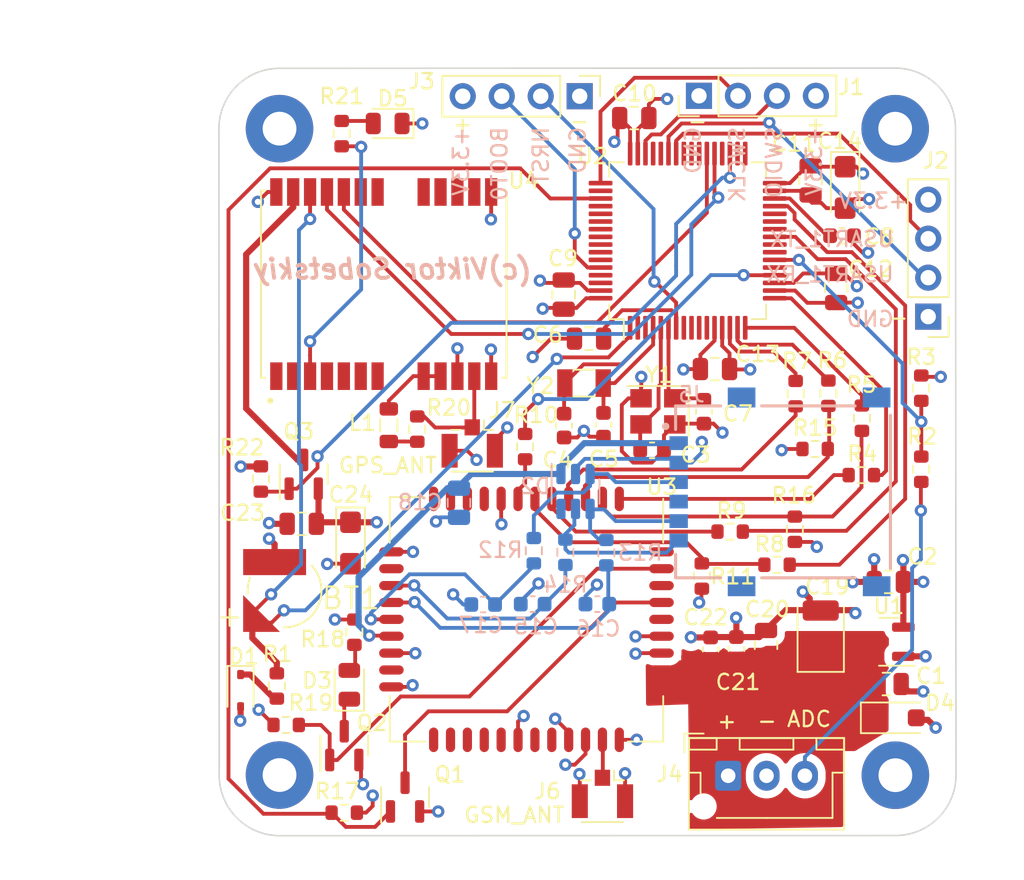
<source format=kicad_pcb>
(kicad_pcb (version 20240108) (generator "pcbnew") (generator_version "8.0")
  (layers (0 "F.Cu" signal) (1 "In1.Cu" power "GND") (2 "In2.Cu" power "3V3") (31 "B.Cu" signal) (34 "B.Paste" user) (35 "F.Paste" user) (36 "B.SilkS" user "B.Silkscreen") (37 "F.SilkS" user "F.Silkscreen") (38 "B.Mask" user) (39 "F.Mask" user) (44 "Edge.Cuts" user))
  (net 0 "")
  (net 1 "GND")
  (net 2 "+BCKUP_BATT")
  (net 3 "+MAIN_VCC")
  (net 4 "+3.3V")
  (net 5 "/STM32F401RCT6/NRST")
  (net 6 "/STM32F401RCT6/HSE_IN")
  (net 7 "/STM32F401RCT6/HSE_OUT")
  (net 8 "/STM32F401RCT6/LSE_IN")
  (net 9 "/STM32F401RCT6/LSE_OUT")
  (net 10 "/STM32F401RCT6/VCAP")
  (net 11 "/SIM800C/SIM_DATA")
  (net 12 "/SIM800C/SIM_CLK")
  (net 13 "/SIM800C/SIM_RST")
  (net 14 "/SIM800C/SIM_VDD")
  (net 15 "Net-(D1-K)")
  (net 16 "Net-(D3-K)")
  (net 17 "Net-(D3-A)")
  (net 18 "Net-(D2-IO2)")
  (net 19 "Net-(D2-IO3)")
  (net 20 "Net-(D2-IO4)")
  (net 22 "Net-(D5-A)")
  (net 23 "/STM32F401RCT6/SWCLK")
  (net 24 "/STM32F401RCT6/SWDIO")
  (net 25 "/STM32F401RCT6/USART1_RX")
  (net 26 "/STM32F401RCT6/USART1_TX")
  (net 27 "/STM32F401RCT6/BOOT0")
  (net 28 "/SIM800C/GSM_ANT")
  (net 30 "/NEO-6M/RF_IN")
  (net 31 "/NEO-6M/VCC_RF")
  (net 32 "Net-(L1-Pad2)")
  (net 33 "/SIM800C/NETLIGHT")
  (net 34 "/SIM800C/PWR_CNTR")
  (net 35 "/SIM800C/PWRKEY")
  (net 36 "/NEO-6M/PWR_CNTR")
  (net 37 "+3V3_NEO")
  (net 38 "/SIM800C/UART1_TXD")
  (net 39 "/SIM800C/UART1_RXD")
  (net 40 "/SIM800C/UART1_RTS")
  (net 41 "/SIM800C/UART1_CTS")
  (net 42 "/SIM800C/UART1_DTR")
  (net 43 "/SIM800C/UART1_DCD")
  (net 44 "Net-(U4-TIMEPULSE)")
  (net 58 "/NEO-6M/UART_RXD1")
  (net 59 "/NEO-6M/UART_TXD1")
  (net 103 "/SIM800C/UART1_RI")
  (net 104 "/STM32F401RCT6/PA4")
  (net 105 "/STM32F401RCT6/PA2")
  (net 106 "/STM32F401RCT6/PA3")
  (net 107 "/STM32F401RCT6/PA1")
  (net 108 "/STM32F401RCT6/PA0")
  (net 109 "/STM32F401RCT6/PB1")
  (net 110 "/STM32F401RCT6/PB0")
  (net 112 "/STM32F401RCT6/PA6")
  (net 113 "/ADC1_IN6")
  (net 114 "/STM32F401RCT6/PB10")
  (net 115 "/STM32F401RCT6/PC5")
  (footprint "Resistor_SMD:R_0603_1608Metric" (layer "F.Cu") (at 170.8322 99.975 -90)
    (property "Reference" "R5")
    (property "Value" "1K")
  )
  (footprint "Capacitor_SMD:C_0805_2012Metric" (layer "F.Cu") (at 164.5838 114.7578 90)
    (property "Reference" "C20")
    (property "Value" "1uF")
  )
  (footprint "footprints:SEIKO_ML414H_IV01E" (layer "F.Cu") (at 133.2124 111.2018 180)
    (property "Reference" "BT1")
    (property "Value" "Battery_Cell")
  )
  (footprint "Resistor_SMD:R_0603_1608Metric" (layer "F.Cu") (at 137.7614 113.9196 -90)
    (property "Reference" "R18")
    (property "Value" "1K")
  )
  (footprint "Capacitor_SMD:C_0805_2012Metric" (layer "F.Cu") (at 161.2564 96.7746 180)
    (property "Reference" "C13")
    (property "Value" "100nF")
  )
  (footprint "footprints:XCVR_NEO-6M-GPS" (layer "F.Cu") (at 139.6746 91.2368 90)
    (property "Reference" "U4")
    (property "Value" "NEO-6M-GPS")
  )
  (footprint "Capacitor_SMD:C_0805_2012Metric" (layer "F.Cu") (at 153.0522 94.7934 180)
    (property "Reference" "C6")
    (property "Value" "100nF")
  )
  (footprint "Connector_PinHeader_2.54mm:PinHeader_1x04_P2.54mm_Vertical" (layer "F.Cu") (at 175.1534 93.3588 180)
    (property "Reference" "J2")
    (property "Value" "Conn_01x04_Pin")
  )
  (footprint "MountingHole:MountingHole_2.2mm_M2_Pad" (layer "F.Cu") (at 173.000126 81.112074)
    (property "Reference" "H1" (hide yes))
    (property "Value" "MountingHole_Pad")
  )
  (footprint "Capacitor_Tantalum_SMD:CP_EIA-3216-18_Kemet-A" (layer "F.Cu") (at 137.5074 108.1068 -90)
    (property "Reference" "C24")
    (property "Value" "4,7uF")
  )
  (footprint "Capacitor_Tantalum_SMD:CP_EIA-3216-18_Kemet-A" (layer "F.Cu") (at 169.74 84.9382 -90)
    (property "Reference" "C14")
    (property "Value" "4,7uF")
  )
  (footprint "MountingHole:MountingHole_2.2mm_M2_Pad" (layer "F.Cu") (at 173.0134 123.2388 180)
    (property "Reference" "H2" (hide yes))
    (property "Value" "MountingHole_Pad")
  )
  (footprint "RF_GSM:SIMCom_SIM800C" (layer "F.Cu") (at 148.9744 113.0834 -90)
    (property "Reference" "U3")
    (property "Value" "SIM800C")
  )
  (footprint "Capacitor_SMD:C_0805_2012Metric" (layer "F.Cu") (at 134.3324 106.8584 180)
    (property "Reference" "C23")
    (property "Value" "100nF")
  )
  (footprint "Resistor_SMD:R_0603_1608Metric" (layer "F.Cu") (at 168.6478 98.3494 -90)
    (property "Reference" "R6")
    (property "Value" "1K")
  )
  (footprint "Capacitor_SMD:C_0805_2012Metric" (layer "F.Cu") (at 167.4876 84.4804 -90)
    (property "Reference" "C11")
    (property "Value" "100nF")
  )
  (footprint "Resistor_SMD:R_0603_1608Metric" (layer "F.Cu") (at 170.7946 103.6834 180)
    (property "Reference" "R4")
    (property "Value" "1K")
  )
  (footprint "Resistor_SMD:R_0603_1608Metric" (layer "F.Cu") (at 136.9314 81.4324 90)
    (property "Reference" "R21")
    (property "Value" "1K")
  )
  (footprint "Resistor_SMD:R_0603_1608Metric" (layer "F.Cu") (at 166.5142 98.3748 -90)
    (property "Reference" "R7")
    (property "Value" "1K")
  )
  (footprint "Resistor_SMD:R_0603_1608Metric" (layer "F.Cu") (at 133.3164 119.9648)
    (property "Reference" "R19")
    (property "Value" "10K")
  )
  (footprint "Resistor_SMD:R_0603_1608Metric" (layer "F.Cu") (at 167.7842 101.9816 180)
    (property "Reference" "R15")
    (property "Value" "5.1K")
  )
  (footprint "Resistor_SMD:R_0603_1608Metric" (layer "F.Cu") (at 165.3032 109.5248 180)
    (property "Reference" "R8")
    (property "Value" "1K")
  )
  (footprint "Connector_PinHeader_2.54mm:PinHeader_1x04_P2.54mm_Vertical" (layer "F.Cu") (at 152.4426 78.9946 -90)
    (property "Reference" "J3")
    (property "Value" "Conn_01x04_Pin")
  )
  (footprint "Crystal:Crystal_SMD_3215-2Pin_3.2x1.5mm" (layer "F.Cu") (at 152.7274 97.689 180)
    (property "Reference" "Y2")
    (property "Value" "32.768kHz 12,5pF")
  )
  (footprint "Resistor_SMD:R_0603_1608Metric" (layer "F.Cu") (at 137.101 125.6798 180)
    (property "Reference" "R17")
    (property "Value" "10K")
  )
  (footprint "Resistor_SMD:R_0603_1608Metric" (layer "F.Cu") (at 174.7012 98.0186 90)
    (property "Reference" "R3")
    (property "Value" "10K")
  )
  (footprint "Inductor_SMD:L_0805_2012Metric" (layer "F.Cu") (at 140.0048 100.4316 -90)
    (property "Reference" "L1")
    (property "Value" "22uH")
  )
  (footprint "LED_SMD:LED_0805_2012Metric" (layer "F.Cu") (at 137.4312 117.3486 90)
    (property "Reference" "D3")
    (property "Value" "ncd0805r1")
  )
  (footprint "Resistor_SMD:R_0603_1608Metric" (layer "F.Cu") (at 131.6654 103.9374 90)
    (property "Reference" "R22")
    (property "Value" "10K")
  )
  (footprint "Capacitor_SMD:C_0805_2012Metric" (layer "F.Cu") (at 172.5848 110.643)
    (property "Reference" "C2")
    (property "Value" "1uF")
  )
  (footprint "Package_TO_SOT_SMD:SOT-23" (layer "F.Cu") (at 134.4594 103.6326 90)
    (property "Reference" "Q3")
    (property "Value" "AO3401A")
  )
  (footprint "Resistor_SMD:R_0603_1608Metric" (layer "F.Cu") (at 162.247 107.3664 180)
    (property "Reference" "R9")
    (property "Value" "1K")
  )
  (footprint "Capacitor_SMD:C_0603_1608Metric" (layer "F.Cu") (at 169.5368 88.0878 180)
    (property "Reference" "C8")
    (property "Value" "4,7uF")
  )
  (footprint "Connector_JST:JST_XH_B3B-XH-AM_1x03_P2.50mm_Vertical" (layer "F.Cu") (at 162.1174 123.2746)
    (property "Reference" "J4")
    (property "Value" "Conn_01x03_Socket")
  )
  (footprint "Capacitor_SMD:C_0805_2012Metric" (layer "F.Cu") (at 155.9986 80.417)
    (property "Reference" "C10")
    (property "Value" "100nF")
  )
  (footprint "Connector_PinHeader_2.54mm:PinHeader_1x04_P2.54mm_Vertical" (layer "F.Cu") (at 160.215 78.9692 90)
    (property "Reference" "J1")
    (property "Value" "Conn_01x04_Pin")
  )
  (footprint "Crystal:Crystal_SMD_3225-4Pin_3.2x2.5mm" (layer "F.Cu") (at 157.5402 99.5296 180)
    (property "Reference" "Y1")
    (property "Value" "Crystal_GND24")
  )
  (footprint "Resistor_SMD:R_0603_1608Metric" (layer "F.Cu") (at 160.401 110.2614 -90)
    (property "Reference" "R11")
    (property "Value" "5.1K")
  )
  (footprint "Connector_Coaxial:U.FL_Hirose_U.FL-R-SMT-1_Vertical" (layer "F.Cu") (at 145.4404 101.6224 -90)
    (property "Reference" "J7")
    (property "Value" "Conn_Coaxial")
  )
  (footprint "Resistor_SMD:R_0603_1608Metric" (layer "F.Cu") (at 166.4634 107.214 -90)
    (property "Reference" "R16")
    (property "Value" "5.1K")
  )
  (footprint "Resistor_SMD:R_0603_1608Metric" (layer "F.Cu") (at 132.7068 117.4248 -90)
    (property "Reference" "R1")
    (property "Value" "1K")
  )
  (footprint "Capacitor_SMD:C_0603_1608Metric" (layer "F.Cu") (at 160.5374 99.555 90)
    (property "Reference" "C7")
    (property "Value" "12pF")
  )
  (footprint "Resistor_SMD:R_0603_1608Metric" (layer "F.Cu") (at 148.8866 101.8286 -90)
    (property "Reference" "R10")
    (property "Value" "1K")
  )
  (footprint "Package_TO_SOT_SMD:SOT-23" (layer "F.Cu") (at 141.0634 124.6638 90)
    (property "Reference" "Q1")
    (property "Value" "AO3402")
  )
  (footprint "MountingHole:MountingHole_2.2mm_M2_Pad" (layer "F.Cu") (at 132.8834 81.1088)
    (property "Reference" "H3" (hide yes))
    (property "Value" "MountingHole_Pad")
  )
  (footprint "Capacitor_SMD:C_0805_2012Metric" (layer "F.Cu") (at 169.1558 91.4914 -90)
    (property "Reference" "C12")
    (property "Value" "100nF")
  )
  (footprint "Resistor_SMD:R_0603_1608Metric" (layer "F.Cu") (at 141.859 100.6856 -90)
    (property "Reference" "R20")
    (property "Value" "22R")
  )
  (footprint "Capacitor_Tantalum_SMD:CP_EIA-3528-21_Kemet-B" (layer "F.Cu") (at 168.148 114.046 90)
    (property "Reference" "C19")
    (property "Value" "100uF")
  )
  (footprint "Capacitor_SMD:C_0603_1608Metric" (layer "F.Cu") (at 153.992 100.4068 90)
    (property "Reference" "C5")
    (property "Value" "12pF")
  )
  (footprint "Capacitor_SMD:C_0603_1608Metric" (layer "F.Cu") (at 162.6534 115.0118 90)
    (property "Reference" "C21")
    (property "Value" "22pF")
  )
  (footprint "Connector_Coaxial:U.FL_Hirose_U.FL-R-SMT-1_Vertical" (layer "F.Cu") (at 153.924 124.457 -90)
    (property "Reference" "J6")
    (property "Value" "Conn_Coaxial")
  )
  (footprint "Diode_SMD:D_SOD-323" (layer "F.Cu") (at 130.3446 117.7296 -90)
    (property "Reference" "D1")
    (property "Value" "1N5819WS")
  )
  (footprint "Package_TO_SOT_SMD:SOT-23" (layer "F.Cu") (at 172.5953 114.5438 180)
    (property "Reference" "U1")
    (property "Value" "MCP1700x-330xxTT")
  )
  (footprint "Package_QFP:LQFP-64_10x10mm_P0.5mm" (layer "F.Cu") (at 159.4784 88.4088 90)
    (property "Reference" "U2")
    (property "Value" "STM32F401RCTx")
  )
  (footprint "Capacitor_SMD:C_0603_1608Metric" (layer "F.Cu") (at 151.4266 100.4576 90)
    (property "Reference" "C4")
    (property "Value" "12pF")
  )
  (footprint "Capacitor_SMD:C_0603_1608Metric" (layer "F.Cu") (at 160.977 115.0372 90)
    (property "Reference" "C22")
    (property "Value" "12pF")
  )
  (footprint "Capacitor_SMD:C_0805_2012Metric" (layer "F.Cu") (at 151.4012 91.9232 90)
    (property "Reference" "C9")
    (property "Value" "100nF")
  )
  (footprint "Resistor_SMD:R_0603_1608Metric" (layer "F.Cu") (at 174.7012 103.3018 90)
    (property "Reference" "R2")
    (property "Value" "10K")
  )
  (footprint "MountingHole:MountingHole_2.2mm_M2_Pad" (layer "F.Cu") (at 132.8834 123.2288)
    (property "Reference" "H4" (hide yes))
    (property "Value" "MountingHole_Pad")
  )
  (footprint "Diode_SMD:D_SOD-123F" (layer "F.Cu") (at 172.974 119.5)
    (property "Reference" "D4")
    (property "Value" "BZT52B5V1")
  )
  (footprint "Package_TO_SOT_SMD:SOT-23" (layer "F.Cu") (at 137.101 121.311 90)
    (property "Reference" "Q2")
    (property "Value" "AO3402")
  )
  (footprint "LED_SMD:LED_0805_2012Metric" (layer "F.Cu") (at 139.9286 80.772 180)
    (property "Reference" "D5")
    (property "Value" "ncd0805r1")
  )
  (footprint "Capacitor_SMD:C_0603_1608Metric" (layer "F.Cu") (at 157.1592 102.0696 180)
    (property "Reference" "C3")
    (property "Value" "12pF")
  )
  (footprint "Capacitor_SMD:C_0805_2012Metric" (layer "F.Cu") (at 172.4406 117.2972 180)
    (property "Reference" "C1")
    (property "Value" "1uF")
  )
  (footprint "Package_TO_SOT_SMD:SOT-23-6" (layer "B.Cu") (at 152.1714 104.7496 -90)
    (property "Reference" "D2")
    (property "Value" "ESDA6V1-5SC6")
  )
  (footprint "Resistor_SMD:R_0603_1608Metric" (layer "B.Cu") (at 149.4536 108.6104 90)
    (property "Reference" "R12")
    (property "Value" "51R")
  )
  (footprint "Resistor_SMD:R_0603_1608Metric" (layer "B.Cu") (at 151.511 108.712 90)
    (property "Reference" "R14")
    (property "Value" "51R")
  )
  (footprint "Capacitor_SMD:C_0603_1608Metric" (layer "B.Cu") (at 149.3774 112.0902 180)
    (property "Reference" "C15")
    (property "Value" "22pF")
  )
  (footprint "Capacitor_SMD:C_0805_2012Metric" (layer "B.Cu") (at 144.5768 105.4862 -90)
    (property "Reference" "C18")
    (property "Value" "100nF")
  )
  (footprint "Capacitor_SMD:C_0603_1608Metric" (layer "B.Cu") (at 153.5938 112.0902 180)
    (property "Reference" "C16")
    (property "Value" "22pF")
  )
  (footprint "Resistor_SMD:R_0603_1608Metric" (layer "B.Cu") (at 154.178 108.7374 90)
    (property "Reference" "R13")
    (property "Value" "51R")
  )
  (footprint "footprints:GCT_SIM8060-6-1-14-00-A" (layer "B.Cu") (at 165.6918 104.775 -90)
    (property "Reference" "J5")
    (property "Value" "SIM8060-6-1-14-00-A")
  )
  (footprint "Capacitor_SMD:C_0603_1608Metric" (layer "B.Cu") (at 146.1516 112.1156 180)
    (property "Reference" "C17")
    (property "Value" "22pF")
  )
  (gr_line (start 176.930126 81.102074) (end 176.9634 123.2288) (stroke (width 0.1)) (layer "Edge.Cuts"))
  (gr_arc (start 128.9334 81.1188) (mid 130.087399 78.332799) (end 132.8734 77.1788) (stroke (width 0.1)) (layer "Edge.Cuts"))
  (gr_line (start 128.9534 123.2388) (end 128.9334 81.1188) (stroke (width 0.1)) (layer "Edge.Cuts"))
  (gr_arc (start 176.9634 123.2288) (mid 175.809401 126.014801) (end 173.0234 127.1688) (stroke (width 0.1)) (layer "Edge.Cuts"))
  (gr_arc (start 132.8934 127.1788) (mid 130.107399 126.024801) (end 128.9534 123.2388) (stroke (width 0.1)) (layer "Edge.Cuts"))
  (gr_line (start 132.8734 77.1788) (end 172.990126 77.162074) (stroke (width 0.1)) (layer "Edge.Cuts"))
  (gr_arc (start 172.990126 77.162074) (mid 175.776119 78.316081) (end 176.930126 81.102074) (stroke (width 0.1)) (layer "Edge.Cuts"))
  (gr_line (start 173.0234 127.1688) (end 132.8934 127.1788) (stroke (width 0.1)) (layer "Edge.Cuts"))
  (gr_text "GND" (at 152.9 80.9 90) (layer "B.SilkS") (effects (font (size 1 1)) (justify left bottom mirror)))
  (gr_text "BOOT0" (at 147.8 80.9 90) (layer "B.SilkS") (effects (font (size 1 1)) (justify left bottom mirror)))
  (gr_text "GND" (at 173 94.1 0) (layer "B.SilkS") (effects (font (size 1 1)) (justify left bottom mirror)))
  (gr_text "SWCLK" (at 163.3 80.9 90) (layer "B.SilkS") (effects (font (size 1 1)) (justify left bottom mirror)))
  (gr_text "+3.3V" (at 168.3 80.9 90) (layer "B.SilkS") (effects (font (size 1 1)) (justify left bottom mirror)))
  (gr_text "SWDIO" (at 165.7 80.9 90) (layer "B.SilkS") (effects (font (size 1 1)) (justify left bottom mirror)))
  (gr_text "+3.3V" (at 145.3 80.9 90) (layer "B.SilkS") (effects (font (size 1 1)) (justify left bottom mirror)))
  (gr_text "+3.3V" (at 173.9 86.4 0) (layer "B.SilkS") (effects (font (size 1 1)) (justify left bottom mirror)))
  (gr_text "USART1_TX" (at 173 88.9 0) (layer "B.SilkS") (effects (font (size 1 1)) (justify left bottom mirror)))
  (gr_text "GND" (at 160.4 80.9 90) (layer "B.SilkS") (effects (font (size 1 1)) (justify left bottom mirror)))
  (gr_text "USART1_RX" (at 173 91.2 0) (layer "B.SilkS") (effects (font (size 1 1)) (justify left bottom mirror)))
  (gr_text "(c)Viktor Sobetskiy" (at 149.5 91 0) (layer "B.SilkS") (effects (font (size 1.27 1.27) (thickness 0.254) (bold yes) (italic yes)) (justify left bottom mirror)))
  (gr_text "NRST" (at 150.5 80.9 90) (layer "B.SilkS") (effects (font (size 1 1)) (justify left bottom mirror)))
  (gr_text "GSM_ANT" (at 144.8226 126.4164 0) (layer "F.SilkS") (effects (font (size 1 1)) (justify left bottom)))
  (gr_text "+" (at 172.5 86.4 0) (layer "F.SilkS") (effects (font (size 1 1)) (justify left bottom)))
  (gr_text "-" (at 159.4 81.2 0) (layer "F.SilkS") (effects (font (size 1 1)) (justify left bottom)))
  (gr_text "-" (at 172.5 94 0) (layer "F.SilkS") (effects (font (size 1 1)) (justify left bottom)))
  (gr_text "+" (at 144.1 81.4 0) (layer "F.SilkS") (effects (font (size 1 1)) (justify left bottom)))
  (gr_text "-" (at 163.9316 120.269 0) (layer "F.SilkS") (effects (font (size 1 1)) (justify left bottom)))
  (gr_text "-" (at 151.7 81.2 0) (layer "F.SilkS") (effects (font (size 1 1)) (justify left bottom)))
  (gr_text "+" (at 167.1 81.4 0) (layer "F.SilkS") (effects (font (size 1 1)) (justify left bottom)))
  (gr_text "ADC" (at 165.862 120.1674 0) (layer "F.SilkS") (effects (font (size 1 1)) (justify left bottom)))
  (gr_text "+" (at 161.3154 120.2944 0) (layer "F.SilkS") (effects (font (size 1 1)) (justify left bottom)))
  (gr_text "GPS_ANT" (at 136.652 103.632 0) (layer "F.SilkS") (effects (font (size 1 1)) (justify left bottom)))
  (segment (start 162.6534 114.2368) (end 162.6534 112.9964) (width 0.4) (layer "F.Cu") (net 1))
  (segment (start 146.9154 101.395) (end 147.7264 100.584) (width 0.25) (layer "F.Cu") (net 1))
  (segment (start 171.6348 109.1762) (end 171.6348 110.643) (width 0.4) (layer "F.Cu") (net 1))
  (segment (start 146.6746 85.2368) (end 146.6746 87.0054) (width 0.25) (layer "F.Cu") (net 1))
  (segment (start 138.9552 125.2414) (end 138.5168 125.6798) (width 0.25) (layer "F.Cu") (net 1))
  (segment (start 141.7248 115.2834) (end 141.732 115.2906) (width 0.25) (layer "F.Cu") (net 1))
  (segment (start 171.6348 110.643) (end 170.2556 110.643) (width 0.4) (layer "F.Cu") (net 1))
  (segment (start 151.4266 101.2326) (end 152.284318 101.2326) (width 0.25) (layer "F.Cu") (net 1))
  (segment (start 157.9342 101.0856) (end 158.6402 100.3796) (width 0.25) (layer "F.Cu") (net 1))
  (segment (start 170.3118 88.0878) (end 170.3118 88.6254) (width 0.25) (layer "F.Cu") (net 1))
  (segment (start 149.8518 91.0088) (end 150.0042 91.1612) (width 0.25) (layer "F.Cu") (net 1))
  (segment (start 167.2762 92.4566) (end 169.1406 92.4566) (width 0.25) (layer "F.Cu") (net 1))
  (segment (start 156.4558 97.2826) (end 156.4558 97.951) (width 0.25) (layer "F.Cu") (net 1))
  (segment (start 152.1206 122.555) (end 151.511 122.555) (width 0.25) (layer "F.Cu") (net 1))
  (segment (start 174.374 119.634) (end 175.133 119.634) (width 0.4) (layer "F.Cu") (net 1))
  (segment (start 155.0244 120.9334) (end 156.1552 120.9334) (width 0.25) (layer "F.Cu") (net 1))
  (segment (start 171.6278 109.1692) (end 171.6348 109.1762) (width 0.4) (layer "F.Cu") (net 1))
  (segment (start 166.4784 91.6588) (end 167.2762 92.4566) (width 0.25) (layer "F.Cu") (net 1))
  (segment (start 160.3756 111.8362) (end 160.3756 110.9594) (width 0.25) (layer "F.Cu") (net 1))
  (segment (start 152.1022 94.7934) (end 150.5706 94.7934) (width 0.25) (layer "F.Cu") (net 1))
  (segment (start 147.3244 105.2334) (end 147.3244 106.8622) (width 0.25) (layer "F.Cu") (net 1))
  (segment (start 159.7028 114.2622) (end 159.6898 114.2492) (width 0.4) (layer "F.Cu") (net 1))
  (segment (start 140.1744 108.6834) (end 141.5764 108.6834) (width 0.25) (layer "F.Cu") (net 1))
  (segment (start 175.133 119.634) (end 175.641 120.142) (width 0.4) (layer "F.Cu") (net 1))
  (segment (start 151.0266 119.7356) (end 150.7998 119.7356) (width 0.25) (layer "F.Cu") (net 1))
  (segment (start 156.1552 120.9334) (end 156.1592 120.9294) (width 0.25) (layer "F.Cu") (net 1))
  (segment (start 156.4402 98.6796) (end 155.6176 98.6796) (width 0.25) (layer "F.Cu") (net 1))
  (segment (start 161.2284 94.924485) (end 161.2284 94.0838) (width 0.25) (layer "F.Cu") (net 1))
  (segment (start 132.4914 119.9648) (end 132.4914 119.9438) (width 0.25) (layer "F.Cu") (net 1))
  (segment (start 160.3064 96.7746) (end 159.2244 96.7746) (width 0.25) (layer "F.Cu") (net 1))
  (segment (start 166.8008 85.1588) (end 167.581 85.939) (width 0.25) (layer "F.Cu") (net 1))
  (segment (start 157.3022 79.1718) (end 156.9486 79.5254) (width 0.25) (layer "F.Cu") (net 1))
  (segment (start 147.3244 106.8622) (end 147.3454 106.8832) (width 0.25) (layer "F.Cu") (net 1))
  (segment (start 152.449 123.1882) (end 152.4254 123.1646) (width 0.25) (layer "F.Cu") (net 1))
  (segment (start 165.1534 85.1588) (end 166.8008 85.1588) (width 0.25) (layer "F.Cu") (net 1))
  (segment (start 146.9154 102.0974) (end 146.9154 101.395) (width 0.25) (layer "F.Cu") (net 1))
  (segment (start 156.083 115.316) (end 156.1156 115.2834) (width 0.25) (layer "F.Cu") (net 1))
  (segment (start 164.5838 113.7748) (end 165.8749 112.4837) (width 0.4) (layer "F.Cu") (net 1))
  (segment (start 156.4402 97.9666) (end 156.4402 98.6796) (width 0.25) (layer "F.Cu") (net 1))
  (segment (start 133.3824 106.8584) (end 132.2496 106.8584) (width 0.4) (layer "F.Cu") (net 1))
  (segment (start 170.2179 112.4837) (end 167.4286 112.4837) (width 0.4) (layer "F.Cu") (net 1))
  (segment (start 160.5374 100.33) (end 161.163 100.33) (width 0.25) (layer "F.Cu") (net 1))
  (segment (start 153.096792 101.1818) (end 153.992 101.1818) (width 0.25) (layer "F.Cu") (net 1))
  (segment (start 160.3064 95.846485) (end 161.2284 94.924485) (width 0.25) (layer "F.Cu") (net 1))
  (segment (start 156.4558 97.951) (end 156.4402 97.9666) (width 0.25) (layer "F.Cu") (net 1))
  (segment (start 132.5624 109.3518) (end 131.7966 109.3518) (width 0.4) (layer "F.Cu") (net 1))
  (segment (start 152.8244 121.8512) (end 152.1206 122.555) (width 0.25) (layer "F.Cu") (net 1))
  (segment (start 152.962715 91.6588) (end 153.8034 91.6588) (width 0.25) (layer "F.Cu") (net 1))
  (segment (start 155.399 123.1138) (end 155.399 124.932) (width 0.25) (layer "F.Cu") (net 1))
  (segment (start 165.676 101.9816) (end 165.5998 102.0578) (width 0.25) (layer "F.Cu") (net 1))
  (segment (start 155.1858 102.124017) (end 155.931383 102.8696) (width 0.25) (layer "F.Cu") (net 1))
  (segment (start 171.3 85.7) (end 170.3282 85.7) (width 0.25) (layer "F.Cu") (net 1))
  (segment (start 157.9342 102.0696) (end 157.9342 101.0856) (width 0.25) (layer "F.Cu") (net 1))
  (segment (start 150.0042 91.1612) (end 152.465115 91.1612) (width 0.25) (layer "F.Cu") (net 1))
  (segment (start 168.1754 85.939) (end 168.5246 86.2882) (width 0.25) (layer "F.Cu") (net 1))
  (segment (start 145.7198 102.6922) (end 145.125 102.0974) (width 0.25) (layer "F.Cu") (net 1))
  (segment (start 170.2556 110.643) (end 170.2308 110.6678) (width 0.4) (layer "F.Cu") (net 1))
  (segment (start 157.7744 114.1834) (end 156.098 114.1834) (width 0.25) (layer "F.Cu") (net 1))
  (segment (start 156.1156 115.2834) (end 157.7744 115.2834) (width 0.25) (layer "F.Cu") (net 1))
  (segment (start 170.877903 89.191503) (end 171.234697 89.191503) (width 0.25) (layer "F.Cu") (net 1))
  (segment (start 150.5706 94.7934) (end 149.3774 95.9866) (width 0.25) (layer "F.Cu") (net 1))
  (segment (start 169.1406 92.4566) (end 169.1558 92.4414) (width 0.25) (layer "F.Cu") (net 1))
  (segment (start 152.715955 100.800963) (end 153.096792 101.1818) (width 0.25) (layer "F.Cu") (net 1))
  (segment (start 162.6534 114.2368) (end 164.1548 114.2368) (width 0.4) (layer "F.Cu") (net 1))
  (segment (start 132.4914 119.9438) (end 131.5212 118.9736) (width 0.25) (layer "F.Cu") (net 1))
  (segment (start 144.4746 95.4284) (end 144.4752 95.4278) (width 0.25) (layer "F.Cu") (net 1))
  (segment (start 167.5766 108.039) (end 167.894 108.3564) (width 0.25) (layer "F.Cu") (net 1))
  (segment (start 162.6534 114.2368) (end 161.0024 114.2368) (width 0.4) (layer "F.Cu") (net 1))
  (segment (start 155.6176 98.6796) (end 155.1858 99.1114) (width 0.25) (layer "F.Cu") (net 1))
  (segment (start 132.2496 106.8584) (end 132.1988 106.8076) (width 0.4) (layer "F.Cu") (net 1))
  (segment (start 157.1342 102.8696) (end 157.9342 102.0696) (width 0.25) (layer "F.Cu") (net 1))
  (segment (start 156.098 114.1834) (end 156.083 114.1984) (width 0.25) (layer "F.Cu") (net 1))
  (segment (start 155.1858 99.1114) (end 155.1858 102.124017) (width 0.25) (layer "F.Cu") (net 1))
  (segment (start 161.163 100.33) (end 161.7472 100.9142) (width 0.25) (layer "F.Cu") (net 1))
  (segment (start 174.9806 115.4938) (end 173.5328 115.4938) (width 0.4) (layer "F.Cu") (net 1))
  (segment (start 164.5838 113.8078) (end 164.5838 113.7748) (width 0.4) (layer "F.Cu") (net 1))
  (segment (start 132.5624 108.1872) (end 132.5624 109.3518) (width 0.4) (layer "F.Cu") (net 1))
  (segment (start 141.4442 117.4834) (end 141.5542 117.3734) (width 0.25) (layer "F.Cu") (net 1))
  (segment (start 138.051 122.2485) (end 138.1932 122.3907) (width 0.25) (layer "F.Cu") (net 1))
  (segment (start 174.942 97.282) (end 174.7012 97.0412) (width 0.25) (layer "F.Cu") (net 1))
  (segment (start 158.1404 79.1718) (end 157.3022 79.1718) (width 0.25) (layer "F.Cu") (net 1))
  (segment (start 132.111 85.2368) (end 131.4704 85.8774) (width 0.25) (layer "F.Cu") (net 1))
  (segment (start 136.0088 109.4568) (end 135.9916 109.474) (width 0.25) (layer "F.Cu") (net 1))
  (segment (start 161.0024 114.2368) (end 160.977 114.2622) (width 0.4) (layer "F.Cu") (net 1))
  (segment (start 138.1932 122.3907) (end 138.1932 123.6986) (width 0.25) (layer "F.Cu") (net 1))
  (segment (start 148.4244 119.7488) (end 148.7932 119.38) (width 0.25) (layer "F.Cu") (net 1))
  (segment (start 152.284318 101.2326) (end 152.715955 100.800963) (width 0.25) (layer "F.Cu") (net 1))
  (segment (start 155.931383 102.8696) (end 157.1342 102.8696) (width 0.25) (layer "F.Cu") (net 1))
  (segment (start 158.6898 100.33) (end 158.6402 100.3796) (width 0.25) (layer "F.Cu") (net 1))
  (segment (start 162.6534 112.9964) (end 162.6362 112.9792) (width 0.4) (layer "F.Cu") (net 1))
  (segment (start 160.2232 111.9886) (end 160.3756 111.8362) (width 0.25) (layer "F.Cu") (net 1))
  (segment (start 156.2284 81.1372) (end 156.9486 80.417) (width 0.25) (layer "F.Cu") (net 1))
  (segment (start 169.1558 92.4414) (end 170.5464 92.4414) (width 0.25) (layer "F.Cu") (net 1))
  (segment (start 138.5168 125.6798) (end 137.926 125.6798) (width 0.25) (layer "F.Cu") (net 1))
  (segment (start 142.0134 125.6013) (end 143.2201 125.6013) (width 0.25) (layer "F.Cu") (net 1))
  (segment (start 141.5764 108.6834) (end 141.5796 108.6866) (width 0.25) (layer "F.Cu") (net 1))
  (segment (start 156.9486 79.5254) (end 156.9486 80.417) (width 0.25) (layer "F.Cu") (net 1))
  (segment (start 146.6746 87.0054) (end 146.6596 87.0204) (width 0.25) (layer "F.Cu") (net 1))
  (segment (start 152.465115 91.1612) (end 152.962715 91.6588) (width 0.25) (layer "F.Cu") (net 1))
  (segment (start 152.449 124.932) (end 152.449 123.1882) (width 0.25) (layer "F.Cu") (net 1))
  (segment (start 148.4244 120.9334) (end 148.4244 119.7488) (width 0.25) (layer "F.Cu") (net 1))
  (segment (start 174.8282 117.7798) (end 173.8732 117.7798) (width 0.4) (layer "F.Cu") (net 1))
  (segment (start 165.8749 112.4837) (end 167.4286 112.4837) (width 0.4) (layer "F.Cu") (net 1))
  (segment (start 151.7244 120.9334) (end 151.7244 120.4334) (width 0.25) (layer "F.Cu") (net 1))
  (segment (start 170.3282 85.7) (end 169.74 86.2882) (width 0.25) (layer "F.Cu") (net 1))
  (segment (start 159.2244 96.7746) (end 159.199 96.8) (width 0.25) (layer "F.Cu") (net 1))
  (segment (start 170.3118 88.6254) (end 170.877903 89.191503) (width 0.25) (layer "F.Cu") (net 1))
  (segment (start 137.5074 109.4568) (end 136.0088 109.4568) (width 0.25) (layer "F.Cu") (net 1))
  (segment (start 132.1988 107.8236) (end 132.5624 108.1872) (width 0.4) (layer "F.Cu") (net 1))
  (segment (start 167.4286 111.7264) (end 167.4286 112.4837) (width 0.4) (layer "F.Cu") (net 1))
  (segment (start 170.5464 92.4414) (end 170.561 92.456) (width 0.25) (layer "F.Cu") (net 1))
  (segment (start 150.843679 119.691721) (end 150.843679 119.561036) (width 0.25) (layer "F.Cu") (net 1))
  (segment (start 175.9712 97.282) (end 174.942 97.282) (width 0.25) (layer "F.Cu") (net 1))
  (segment (start 152.8244 120.9334) (end 152.8244 121.8512) (width 0.25) (layer "F.Cu") (net 1))
  (segment (start 156.2284 82.7338) (end 156.2284 81.1372) (width 0.25) (layer "F.Cu") (net 1))
  (segment (start 166.9592 101.9816) (end 165.676 101.9816) (width 0.25) (layer "F.Cu") (net 1))
  (segment (start 166.4634 108.039) (end 167.5766 108.039) (width 0.25) (layer "F.Cu") (net 1))
  (segment (start 151.7244 120.4334) (end 151.0266 119.7356) (width 0.25) (layer "F.Cu") (net 1))
  (segment (start 150.7998 119.7356) (end 150.843679 119.691721) (width 0.25) (layer "F.Cu") (net 1))
  (segment (start 164.1548 114.2368) (end 164.5838 113.8078) (width 0.4) (layer "F.Cu") (net 1))
  (segment (start 142.1892 80.772) (end 142.24 80.772) (width 0.25) (layer "F.Cu") (net 1))
  (segment (start 138.9552 124.5622) (end 138.9552 125.2414) (width 0.25) (layer "F.Cu") (net 1))
  (segment (start 165.1534 91.6588) (end 166.4784 91.6588) (width 0.25) (layer "F.Cu") (net 1))
  (segment (start 168.5246 86.2882) (end 169.74 86.2882) (width 0.25) (layer "F.Cu") (net 1))
  (segment (start 144.4746 97.2368) (end 144.4746 95.4284) (width 0.25) (layer "F.Cu") (net 1))
  (segment (start 146.6746 97.2368) (end 146.6746 95.519) (width 0.25) (layer "F.Cu") (net 1))
  (segment (start 140.1744 115.2834) (end 141.7248 115.2834) (width 0.25) (layer "F.Cu") (net 1))
  (segment (start 146.6746 95.519) (end 146.6596 95.504) (width 0.25) (layer "F.Cu") (net 1))
  (segment (start 160.5374 100.33) (end 158.6898 100.33) (width 0.25) (layer "F.Cu") (net 1))
  (segment (start 140.8661 80.772) (end 142.1892 80.772) (width 0.25) (layer "F.Cu") (net 1))
  (segment (start 143.2201 125.6013) (end 143.2224 125.6036) (width 0.25) (layer "F.Cu") (net 1))
  (segment (start 160.977 114.2622) (end 159.7028 114.2622) (width 0.4) (layer "F.Cu") (net 1))
  (segment (start 166.9796 111.2774) (end 167.4286 111.7264) (width 0.4) (layer "F.Cu") (net 1))
  (segment (start 170.4086 112.6744) (end 170.2179 112.4837) (width 0.4) (layer "F.Cu") (net 1))
  (segment (start 160.3064 96.5206) (end 160.3064 95.846485) (width 0.25) (layer "F.Cu") (net 1))
  (segment (start 138.1932 123.6986) (end 138.3202 123.8256) (width 0.25) (layer "F.Cu") (net 1))
  (segment (start 145.125 102.0974) (end 143.9654 102.0974) (width 0.25) (layer "F.Cu") (net 1))
  (segment (start 140.1744 117.4834) (end 141.4442 117.4834) (width 0.25) (layer "F.Cu") (net 1))
  (segment (start 132.6746 85.2368) (end 132.111 85.2368) (width 0.25) (layer "F.Cu") (net 1))
  (segment (start 173.8732 117.7798) (end 173.3906 117.2972) (width 0.4) (layer "F.Cu") (net 1))
  (segment (start 167.581 85.939) (end 168.1754 85.939) (width 0.25) (layer "F.Cu") (net 1))
  (via (at 147.7264 100.584) (size 0.8) (drill 0.4) (layers "F.Cu" "B.Cu") (net 1))
  (via (at 144.1958 111.4552) (size 0.8) (drill 0.4) (layers "F.Cu" "B.Cu") (net 1))
  (via (at 156.4558 97.2826) (size 0.8) (drill 0.4) (layers "F.Cu" "B.Cu") (net 1))
  (via (at 161.7472 100.9142) (size 0.8) (drill 0.4) (layers "F.Cu" "B.Cu") (net 1))
  (via (at 147.3454 106.8832) (size 0.8) (drill 0.4) (layers "F.Cu" "B.Cu") (net 1))
  (via (at 146.6596 87.0204) (size 0.8) (drill 0.4) (layers "F.Cu" "B.Cu") (net 1))
  (via (at 135.9916 109.474) (size 0.8) (drill 0.4) (layers "F.Cu" "B.Cu") (net 1))
  (via (at 151.511 122.555) (size 0.8) (drill 0.4) (layers "F.Cu" "B.Cu") (net 1))
  (via (at 158.1404 79.1718) (size 0.8) (drill 0.4) (layers "F.Cu" "B.Cu") (net 1))
  (via (at 152.4254 123.1646) (size 0.8) (drill 0.4) (layers "F.Cu" "B.Cu") (net 1))
  (via (at 142.1892 80.772) (size 0.8) (drill 0.4) (layers "F.Cu" "B.Cu") (net 1))
  (via (at 132.1988 107.8236) (size 0.8) (drill 0.4) (layers "F.Cu" "B.Cu") (net 1))
  (via (at 144.4752 95.4278) (size 0.8) (drill 0.4) (layers "F.Cu" "B.Cu") (net 1))
  (via (at 170.4086 112.6744) (size 0.8) (drill 0.4) (layers "F.Cu" "B.Cu") (net 1))
  (via (at 152.715955 100.800963) (size 0.8) (drill 0.4) (layers "F.Cu" "B.Cu") (net 1))
  (via (at 153.568899 110.820699) (size 0.8) (drill 0.4) (layers "F.Cu" "B.Cu") (net 1))
  (via (at 171.234697 89.191503) (size 0.8) (drill 0.4) (layers "F.Cu" "B.Cu") (net 1))
  (via (at 174.9806 115.4938) (size 0.8) (drill 0.4) (layers "F.Cu" "B.Cu") (net 1))
  (via (at 149.7584 110.744) (size 0.8) (drill 0.4) (layers "F.Cu" "B.Cu") (net 1))
  (via (at 138.9552 124.5622) (size 0.8) (drill 0.4) (layers "F.Cu" "B.Cu") (net 1))
  (via (at 171.3 85.7) (size 0.8) (drill 0.4) (layers "F.Cu" "B.Cu") (net 1))
  (via (at 170.561 92.456) (size 0.8) (drill 0.4) (layers "F.Cu" "B.Cu") (net 1))
  (via (at 174.8282 117.7798) (size 0.8) (drill 0.4) (layers "F.Cu" "B.Cu") (net 1))
  (via (at 141.5542 117.3734) (size 0.8) (drill 0.4) (layers "F.Cu" "B.Cu") (net 1))
  (via (at 170.2308 110.6678) (size 0.8) (drill 0.4) (layers "F.Cu" "B.Cu") (net 1))
  (via (at 160.401 101.5238) (size 0.8) (drill 0.4) (layers "F.Cu" "B.Cu") (net 1))
  (via (at 160.2232 111.9886) (size 0.8) (drill 0.4) (layers "F.Cu" "B.Cu") (net 1))
  (via (at 149.3774 95.9866) (size 0.8) (drill 0.4) (layers "F.Cu" "B.Cu") (net 1))
  (via (at 166.9796 111.2774) (size 0.8) (drill 0.4) (layers "F.Cu" "B.Cu") (net 1))
  (via (at 141.5796 108.6866) (size 0.8) (drill 0.4) (layers "F.Cu" "B.Cu") (net 1))
  (via (at 159.199 96.8) (size 0.8) (drill 0.4) (layers "F.Cu" "B.Cu") (net 1))
  (via (at 141.732 115.2906) (size 0.8) (drill 0.4) (layers "F.Cu" "B.Cu") (net 1))
  (via (at 143.2224 125.6036) (size 0.8) (drill 0.4) (layers "F.Cu" "B.Cu") (net 1))
  (via (at 167.894 108.3564) (size 0.8) (drill 0.4) (layers "F.Cu" "B.Cu") (net 1))
  (via (at 145.7198 102.6922) (size 0.8) (drill 0.4) (layers "F.Cu" "B.Cu") (net 1))
  (via (at 131.5212 118.9736) (size 0.8) (drill 0.4) (layers "F.Cu" "B.Cu") (net 1))
  (via (at 162.6362 112.9792) (size 0.8) (drill 0.4) (layers "F.Cu" "B.Cu") (net 1))
  (via (at 171.6278 109.1692) (size 0.8) (drill 0.4) (layers "F.Cu" "B.Cu") (net 1))
  (via (at 150.843679 119.561036) (size 0.8) (drill 0.4) (layers "F.Cu" "B.Cu") (net 1))
  (via (at 156.083 114.1984) (size 0.8) (drill 0.4) (layers "F.Cu" "B.Cu") (net 1))
  (via (at 175.9712 97.282) (size 0.8) (drill 0.4) (layers "F.Cu" "B.Cu") (net 1))
  (via (at 131.4704 85.8774) (size 0.8) (drill 0.4) (layers "F.Cu" "B.Cu") (net 1))
  (via (at 175.641 120.142) (size 0.8) (drill 0.4) (layers "F.Cu" "B.Cu") (net 1))
  (via (at 148.7932 119.38) (size 0.8) (drill 0.4) (layers "F.Cu" "B.Cu") (net 1))
  (via (at 146.6596 95.504) (size 0.8) (drill 0.4) (layers "F.Cu" "B.Cu") (net 1))
  (via (at 143.0782 106.7054) (size 0.8) (drill 0.4) (layers "F.Cu" "B.Cu") (net 1))
  (via (at 156.083 115.316) (size 0.8) (drill 0.4) (layers "F.Cu" "B.Cu") (net 1))
  (via (at 132.1988 106.8076) (size 0.8) (drill 0.4) (layers "F.Cu" "B.Cu") (net 1))
  (via (at 156.1592 120.9294) (size 0.8) (drill 0.4) (layers "F.Cu" "B.Cu") (net 1))
  (via (at 149.8518 91.0088) (size 0.8) (drill 0.4) (layers "F.Cu" "B.Cu") (net 1))
  (via (at 159.6898 114.2492) (size 0.8) (drill 0.4) (layers "F.Cu" "B.Cu") (net 1))
  (via (at 138.3202 123.8256) (size 0.8) (drill 0.4) (layers "F.Cu" "B.Cu") (net 1))
  (via (at 165.5998 102.0578) (size 0.8) (drill 0.4) (layers "F.Cu" "B.Cu") (net 1))
  (via (at 155.399 123.1138) (size 0.8) (drill 0.4) (layers "F.Cu" "B.Cu") (net 1))
  (segment (start 160.401 102.2096) (end 159.7406 102.87) (width 0.25) (layer "B.Cu") (net 1))
  (segment (start 159.7406 102.87) (end 158.877 102.87) (width 0.25) (layer "B.Cu") (net 1))
  (segment (start 152.8188 112.0902) (end 152.8188 111.570798) (width 0.25) (layer "B.Cu") (net 1))
  (segment (start 160.401 101.5238) (end 160.401 102.2096) (width 0.25) (layer "B.Cu") (net 1))
  (segment (start 145.3766 112.1156) (end 144.8562 112.1156) (width 0.25) (layer "B.Cu") (net 1))
  (segment (start 144.8562 112.1156) (end 144.1958 111.4552) (width 0.25) (layer "B.Cu") (net 1))
  (segment (start 158.6316 102.6246) (end 158.877 102.87) (width 0.25) (layer "B.Cu") (net 1))
  (segment (start 152.774649 102.6246) (end 158.6316 102.6246) (width 0.25) (layer "B.Cu") (net 1))
  (segment (start 148.6024 111.9) (end 149.7584 110.744) (width 0.25) (layer "B.Cu") (net 1))
  (segment (start 148.6024 112.0902) (end 148.6024 111.9) (width 0.25) (layer "B.Cu") (net 1))
  (segment (start 143.3474 106.4362) (end 143.0782 106.7054) (width 0.25) (layer "B.Cu") (net 1))
  (segment (start 152.8188 111.570798) (end 153.568899 110.820699) (width 0.25) (layer "B.Cu") (net 1))
  (segment (start 152.1714 103.227849) (end 152.774649 102.6246) (width 0.25) (layer "B.Cu") (net 1))
  (segment (start 152.1714 103.6121) (end 152.1714 103.227849) (width 0.25) (layer "B.Cu") (net 1))
  (segment (start 144.5768 106.4362) (end 143.3474 106.4362) (width 0.25) (layer "B.Cu") (net 1))
  (segment (start 132.7068 116.5998) (end 132.7068 115.9008) (width 0.4) (layer "F.Cu") (net 2))
  (segment (start 131.1124 112.6768) (end 131.1124 113.3018) (width 0.25) (layer "F.Cu") (net 2))
  (segment (start 132.334 111.4552) (end 131.1124 112.6768) (width 0.25) (layer "F.Cu") (net 2))
  (segment (start 155.7284 94.605373) (end 155.7284 94.0838) (width 0.25) (layer "F.Cu") (net 2))
  (segment (start 131.1124 114.3064) (end 131.1124 113.3018) (width 0.4) (layer "F.Cu") (net 2))
  (segment (start 150.9522 96.1136) (end 151.0518 96.014) (width 0.25) (layer "F.Cu") (net 2))
  (segment (start 131.1124 113.3018) (end 132.367 113.3018) (width 0.25) (layer "F.Cu") (net 2))
  (segment (start 151.0518 96.014) (end 154.319773 96.014) (width 0.25) (layer "F.Cu") (net 2))
  (segment (start 132.7068 115.9008) (end 131.1124 114.3064) (width 0.4) (layer "F.Cu") (net 2))
  (segment (start 154.319773 96.014) (end 155.7284 94.605373) (width 0.25) (layer "F.Cu") (net 2))
  (segment (start 134.8746 86.9944) (end 134.874 86.995) (width 0.25) (layer "F.Cu") (net 2))
  (segment (start 134.8746 85.2368) (end 134.8746 86.9944) (width 0.25) (layer "F.Cu") (net 2))
  (segment (start 132.367 113.3018) (end 133.1722 112.4966) (width 0.25) (layer "F.Cu") (net 2))
  (via (at 132.334 111.4552) (size 0.8) (drill 0.4) (layers "F.Cu" "B.Cu") (net 2))
  (via (at 133.1722 112.4966) (size 0.8) (drill 0.4) (layers "F.Cu" "B.Cu") (net 2))
  (via (at 150.9522 96.1136) (size 0.8) (drill 0.4) (layers "F.Cu" "B.Cu") (net 2))
  (via (at 134.874 86.995) (size 0.8) (drill 0.4) (layers "F.Cu" "B.Cu") (net 2))
  (segment (start 134.5692 112.4966) (end 150.9522 96.1136) (width 0.25) (layer "B.Cu") (net 2))
  (segment (start 134.288296 103.053574) (end 134.149 102.914278) (width 0.25) (layer "B.Cu") (net 2))
  (segment (start 134.149 87.72) (end 134.874 86.995) (width 0.25) (layer "B.Cu") (net 2))
  (segment (start 134.149 102.914278) (end 134.149 87.72) (width 0.25) (layer "B.Cu") (net 2))
  (segment (start 133.1722 112.4966) (end 134.5692 112.4966) (width 0.25) (layer "B.Cu") (net 2))
  (segment (start 134.288296 109.500904) (end 134.288296 103.053574) (width 0.25) (layer "B.Cu") (net 2))
  (segment (start 132.334 111.4552) (end 134.288296 109.500904) (width 0.25) (layer "B.Cu") (net 2))
  (segment (start 173.5328 110.645) (end 173.5348 110.643) (width 0.4) (layer "F.Cu") (net 4))
  (segment (start 173.5348 110.643) (end 173.5348 109.2474) (width 0.4) (layer "F.Cu") (net 4))
  (segment (start 169.679202 90.5414) (end 170.505901 91.368099) (width 0.25) (layer "F.Cu") (net 4))
  (segment (start 169.1558 90.5414) (end 169.679202 90.5414) (width 0.25) (layer "F.Cu") (net 4))
  (segment (start 137.5074 106.7568) (end 135.384 106.7568) (width 0.4) (layer "F.Cu") (net 4))
  (segment (start 173.5348 109.2474) (end 173.5074 109.22) (width 0.4) (layer "F.Cu") (net 4))
  (segment (start 135.4246 104.5853) (end 135.4094 104.5701) (width 0.4) (layer "F.Cu") (net 4))
  (segment (start 135.2824 106.8584) (end 135.4246 106.7162) (width 0.4) (layer "F.Cu") (net 4))
  (segment (start 162.2064 95.7434) (end 161.7284 95.2654) (width 0.25) (layer "F.Cu") (net 4))
  (segment (start 174.8282 110.643) (end 173.5348 110.643) (width 0.4) (layer "F.Cu") (net 4))
  (segment (start 150.0804 92.7868) (end 152.2394 92.7868) (width 0.25) (layer "F.Cu") (net 4))
  (segment (start 150.0296 92.8376) (end 150.0804 92.7868) (width 0.25) (layer "F.Cu") (net 4))
  (segment (start 163.5506 96.7994) (end 162.2312 96.7994) (width 0.25) (layer "F.Cu") (net 4))
  (segment (start 139.2168 106.7568) (end 137.5074 106.7568) (width 0.4) (layer "F.Cu") (net 4))
  (segment (start 170.904253 84.035547) (end 170.456906 83.5882) (width 0.25) (layer "F.Cu") (net 4))
  (segment (start 135.384 106.7568) (end 135.2824 106.8584) (width 0.4) (layer "F.Cu") (net 4))
  (segment (start 165.1534 91.1588) (end 166.3896 91.1588) (width 0.25) (layer "F.Cu") (net 4))
  (segment (start 162.2064 96.5206) (end 162.2064 95.7434) (width 0.25) (layer "F.Cu") (net 4))
  (segment (start 136.4914 113.0946) (end 137.3804 113.0946) (width 0.25) (layer "F.Cu") (net 4))
  (segment (start 152.2394 92.7868) (end 152.8674 92.1588) (width 0.25) (layer "F.Cu") (net 4))
  (segment (start 131.6538 103.124) (end 131.6654 103.1124) (width 0.4) (layer "F.Cu") (net 4))
  (segment (start 154.9146 81.755) (end 154.9146 80.551) (width 0.25) (layer "F.Cu") (net 4))
  (segment (start 152.8674 92.1588) (end 153.8034 92.1588) (width 0.25) (layer "F.Cu") (net 4))
  (segment (start 155.7284 81.0968) (end 155.0486 80.417) (width 0.25) (layer "F.Cu") (net 4))
  (segment (start 162.2312 96.7994) (end 162.2064 96.7746) (width 0.25) (layer "F.Cu") (net 4))
  (segment (start 154.7032 81.9664) (end 154.9146 81.755) (width 0.25) (layer "F.Cu") (net 4))
  (segment (start 135.4246 106.7162) (end 135.4246 104.5853) (width 0.4) (layer "F.Cu") (net 4))
  (segment (start 166.3896 91.1588) (end 167.007 90.5414) (width 0.25) (layer "F.Cu") (net 4))
  (segment (start 130.3446 119.66) (end 130.3446 118.7796) (width 0.4) (layer "F.Cu") (net 4))
  (segment (start 173.5328 113.5938) (end 173.5328 110.645) (width 0.4) (layer "F.Cu") (net 4))
  (segment (start 167.2118 83.5882) (end 169.74 83.5882) (width 0.25) (layer "F.Cu") (net 4))
  (segment (start 130.3528 103.124) (end 131.6538 103.124) (width 0.4) (layer "F.Cu") (net 4))
  (segment (start 161.7284 95.2654) (end 161.7284 94.0838) (width 0.25) (layer "F.Cu") (net 4))
  (segment (start 166.1412 84.6588) (end 167.2118 83.5882) (width 0.25) (layer "F.Cu") (net 4))
  (segment (start 170.456906 83.5882) (end 169.74 83.5882) (width 0.25) (layer "F.Cu") (net 4))
  (segment (start 165.1534 84.6588) (end 166.1412 84.6588) (width 0.25) (layer "F.Cu") (net 4))
  (segment (start 155.7284 82.7338) (end 155.7284 81.0968) (width 0.25) (layer "F.Cu") (net 4))
  (segment (start 154.9146 80.551) (end 155.0486 80.417) (width 0.25) (layer "F.Cu") (net 4))
  (segment (start 130.3192 119.6854) (end 130.3446 119.66) (width 0.4) (layer "F.Cu") (net 4))
  (segment (start 167.007 90.5414) (end 169.1558 90.5414) (width 0.25) (layer "F.Cu") (net 4))
  (via (at 163.5506 96.7994) (size 0.8) (drill 0.4) (layers "F.Cu" "B.Cu") (net 4))
  (via (at 170.505901 91.368099) (size 0.8) (drill 0.4) (layers "F.Cu" "B.Cu") (net 4))
  (via (at 150.0296 92.8376) (size 0.8) (drill 0.4) (layers "F.Cu" "B.Cu") (net 4))
  (via (at 130.3192 119.6854) (size 0.8) (drill 0.4) (layers "F.Cu" "B.Cu") (net 4))
  (via (at 173.5074 109.22) (size 0.8) (drill 0.4) (layers "F.Cu" "B.Cu") (net 4))
  (via (at 170.904253 84.035547) (size 0.8) (drill 0.4) (layers "F.Cu" "B.Cu") (net 4))
  (via (at 154.7032 81.9664) (size 0.8) (drill 0.4) (layers "F.Cu" "B.Cu") (net 4))
  (via (at 130.3528 103.124) (size 0.8) (drill 0.4) (layers "F.Cu" "B.Cu") (net 4))
  (via (at 174.8282 110.643) (size 0.8) (drill 0.4) (layers "F.Cu" "B.Cu") (net 4))
  (via (at 136.4914 113.0946) (size 0.8) (drill 0.4) (layers "F.Cu" "B.Cu") (net 4))
  (via (at 139.2168 106.7568) (size 0.8) (drill 0.4) (layers "F.Cu" "B.Cu") (net 4))
  (segment (start 157.3105 91.0761) (end 157.3613 91.0761) (width 0.25) (layer "F.Cu") (net 5))
  (segment (start 158.7284 92.4432) (end 158.7284 94.0838) (width 0.25) (layer "F.Cu") (net 5))
  (segment (start 158.424485 92.9392) (end 155.2112 92.9392) (width 0.25) (layer "F.Cu") (net 5))
  (segment (start 157.3613 91.0761) (end 158.7284 92.4432) (width 0.25) (layer "F.Cu") (net 5))
  (segment (start 158.7284 93.243115) (end 158.424485 92.9392) (width 0.25) (layer "F.Cu") (net 5))
  (segment (start 155.2112 92.9392) (end 154.0784 94.072) (width 0.25) (layer "F.Cu") (net 5))
  (segment (start 154.0784 94.072) (end 154.0784 94.9712) (width 0.25) (layer "F.Cu") (net 5))
  (segment (start 158.7284 94.0838) (end 158.7284 93.243115) (width 0.25) (layer "F.Cu") (net 5))
  (via (at 157.3105 91.0761) (size 0.8) (drill 0.4) (layers "F.Cu" "B.Cu") (net 5))
  (segment (start 157.257 91.0226) (end 157.257 86.349) (width 0.25) (layer "B.Cu") (net 5))
  (segment (start 157.3105 91.0761) (end 157.257 91.0226) (width 0.25) (layer "B.Cu") (net 5))
  (segment (start 157.257 86.349) (end 149.9026 78.9946) (width 0.25) (layer "B.Cu") (net 5))
  (segment (start 156.5402 100.3796) (end 156.4402 100.3796) (width 0.25) (layer "F.Cu") (net 6))
  (segment (start 157.7284 97.7546) (end 157.5821 97.9009) (width 0.25) (layer "F.Cu") (net 6))
  (segment (start 157.5821 97.9009) (end 157.5821 99.3377) (width 0.25) (layer "F.Cu") (net 6))
  (segment (start 156.6902 100.3796) (end 156.4402 100.3796) (width 0.25) (layer "F.Cu") (net 6))
  (segment (start 156.3842 100.4356) (end 156.4402 100.3796) (width 0.25) (layer "F.Cu") (net 6))
  (segment (start 157.5821 99.3377) (end 156.5402 100.3796) (width 0.25) (layer "F.Cu") (net 6))
  (segment (start 156.3842 102.0696) (end 156.3842 100.4356) (width 0.25) (layer "F.Cu") (net 6))
  (segment (start 157.7284 94.0838) (end 157.7284 97.7546) (width 0.25) (layer "F.Cu") (net 6))
  (segment (start 158.6402 98.6796) (end 158.2284 98.2678) (width 0.25) (layer "F.Cu") (net 7))
  (segment (start 158.6402 98.6796) (end 160.437 98.6796) (width 0.25) (layer "F.Cu") (net 7))
  (segment (start 158.2284 98.2678) (end 158.2284 94.0838) (width 0.25) (layer "F.Cu") (net 7))
  (segment (start 160.437 98.6796) (end 160.5374 98.78) (width 0.25) (layer "F.Cu") (net 7))
  (segment (start 156.7284 94.924485) (end 156.7284 94.0838) (width 0.25) (layer "F.Cu") (net 8))
  (segment (start 151.4266 99.6826) (end 151.4266 97.7398) (width 0.25) (layer "F.Cu") (net 8))
  (segment (start 151.4266 97.7398) (end 151.4774 97.689) (width 0.25) (layer "F.Cu") (net 8))
  (segment (start 151.4774 97.689) (end 152.7024 96.464) (width 0.25) (layer "F.Cu") (net 8))
  (segment (start 152.7024 96.464) (end 155.188885 96.464) (width 0.25) (layer "F.Cu") (net 8))
  (segment (start 155.188885 96.464) (end 156.7284 94.924485) (width 0.25) (layer "F.Cu") (net 8))
  (segment (start 153.992 99.6318) (end 153.992 97.7036) (width 0.25) (layer "F.Cu") (net 9))
  (segment (start 157.2284 95.188) (end 157.2284 94.0838) (width 0.25) (layer "F.Cu") (net 9))
  (segment (start 153.992 97.7036) (end 153.9774 97.689) (width 0.25) (layer "F.Cu") (net 9))
  (segment (start 153.9774 97.689) (end 154.7274 97.689) (width 0.25) (layer "F.Cu") (net 9))
  (segment (start 154.7274 97.689) (end 157.2284 95.188) (width 0.25) (layer "F.Cu") (net 9))
  (segment (start 165.1534 85.6588) (end 166.13256 85.6588) (width 0.25) (layer "F.Cu") (net 10))
  (segment (start 168.56156 88.0878) (end 168.7618 88.0878) (width 0.25) (layer "F.Cu") (net 10))
  (segment (start 166.13256 85.6588) (end 168.56156 88.0878) (width 0.25) (layer "F.Cu") (net 10))
  (segment (start 141.6434 110.8834) (end 141.6558 110.871) (width 0.25) (layer "F.Cu") (net 11))
  (segment (start 140.1744 110.8834) (end 141.6434 110.8834) (width 0.25) (layer "F.Cu") (net 11))
  (via (at 141.6558 110.871) (size 0.8) (drill 0.4) (layers "F.Cu" "B.Cu") (net 11))
  (segment (start 151.511 109.537) (end 151.511 110.7316) (width 0.25) (layer "B.Cu") (net 11))
  (segment (start 151.511 110.7316) (end 150.1524 112.0902) (width 0.25) (layer "B.Cu") (net 11))
  (segment (start 149.2126 113.03) (end 143.8148 113.03) (width 0.25) (layer "B.Cu") (net 11))
  (segment (start 150.1524 112.0902) (end 149.2126 113.03) (width 0.25) (layer "B.Cu") (net 11))
  (segment (start 143.8148 113.03) (end 141.6558 110.871) (width 0.25) (layer "B.Cu") (net 11))
  (segment (start 141.661 111.9834) (end 141.6812 111.9632) (width 0.25) (layer "F.Cu") (net 12))
  (segment (start 140.1744 111.9834) (end 141.661 111.9834) (width 0.25) (layer "F.Cu") (net 12))
  (via (at 141.6812 111.9632) (size 0.8) (drill 0.4) (layers "F.Cu" "B.Cu") (net 12))
  (segment (start 143.3576 113.6396) (end 141.6812 111.9632) (width 0.25) (layer "B.Cu") (net 12))
  (segment (start 153.2128 113.6396) (end 143.3576 113.6396) (width 0.25) (layer "B.Cu") (net 12))
  (segment (start 154.305 112.5474) (end 153.2128 113.6396) (width 0.25) (layer "B.Cu") (net 12))
  (segment (start 141.7828 111.8616) (end 141.6812 111.9632) (width 0.25) (layer "B.Cu") (net 12))
  (segment (start 154.305 109.6894) (end 154.305 112.5474) (width 0.25) (layer "B.Cu") (net 12))
  (segment (start 154.178 109.5624) (end 154.305 109.6894) (width 0.25) (layer "B.Cu") (net 12))
  (segment (start 140.1718 113.0808) (end 140.1744 113.0834) (width 0.25) (layer "F.Cu") (net 13))
  (segment (start 138.8359 113.0808) (end 140.1718 113.0808) (width 0.25) (layer "F.Cu") (net 13))
  (via (at 138.8359 113.0808) (size 0.8) (drill 0.4) (layers "F.Cu" "B.Cu") (net 13))
  (segment (start 149.4536 109.5886) (end 149.4536 109.4354) (width 0.25) (layer "B.Cu") (net 13))
  (segment (start 138.8359 113.0808) (end 138.8359 112.665595) (width 0.25) (layer "B.Cu") (net 13))
  (segment (start 144.957 110.146) (end 146.9266 112.1156) (width 0.25) (layer "B.Cu") (net 13))
  (segment (start 138.8359 112.665595) (end 141.355495 110.146) (width 0.25) (layer "B.Cu") (net 13))
  (segment (start 141.355495 110.146) (end 144.957 110.146) (width 0.25) (layer "B.Cu") (net 13))
  (segment (start 146.9266 112.1156) (end 149.4536 109.5886) (width 0.25) (layer "B.Cu") (net 13))
  (segment (start 140.136181 114.145181) (end 140.1744 114.1834) (width 0.25) (layer "F.Cu") (net 14))
  (segment (start 138.728979 114.145181) (end 140.136181 114.145181) (width 0.25) (layer "F.Cu") (net 14))
  (via (at 138.728979 114.145181) (size 0.8) (drill 0.4) (layers "F.Cu" "B.Cu") (net 14))
  (segment (start 138.0359 113.452102) (end 138.728979 114.145181) (width 0.4) (layer "B.Cu") (net 14))
  (segment (start 144.5768 104.5362) (end 143.825 104.5362) (width 0.4) (layer "B.Cu") (net 14))
  (segment (start 143.825 104.5362) (end 138.0359 110.3253) (width 0.4) (layer "B.Cu") (net 14))
  (segment (start 145.3841 103.6121) (end 144.8816 104.1146) (width 0.4) (layer "B.Cu") (net 14))
  (segment (start 158.877 101.6) (end 152.743183 101.6) (width 0.4) (layer "B.Cu") (net 14))
  (segment (start 151.2214 103.6121) (end 145.3841 103.6121) (width 0.4) (layer "B.Cu") (net 14))
  (segment (start 138.0359 110.3253) (end 138.0359 113.452102) (width 0.4) (layer "B.Cu") (net 14))
  (segment (start 151.2214 103.121783) (end 151.2214 103.6121) (width 0.4) (layer "B.Cu") (net 14))
  (segment (start 144.907 104.8664) (end 144.5768 104.5362) (width 0.4) (layer "B.Cu") (net 14))
  (segment (start 152.743183 101.6) (end 151.2214 103.121783) (width 0.4) (layer "B.Cu") (net 14))
  (segment (start 130.971 116.6796) (end 130.3446 116.6796) (width 0.4) (layer "F.Cu") (net 15))
  (segment (start 132.5412 118.2498) (end 130.971 116.6796) (width 0.4) (layer "F.Cu") (net 15))
  (segment (start 132.7068 118.2498) (end 132.5412 118.2498) (width 0.4) (layer "F.Cu") (net 15))
  (segment (start 137.101 120.3735) (end 137.101 118.6163) (width 0.25) (layer "F.Cu") (net 16))
  (segment (start 137.101 118.6163) (end 137.4312 118.2861) (width 0.25) (layer "F.Cu") (net 16))
  (segment (start 137.8122 114.7954) (end 137.7614 114.7446) (width 0.25) (layer "F.Cu") (net 17))
  (segment (start 137.4312 116.4111) (end 137.8122 116.0301) (width 0.25) (layer "F.Cu") (net 17))
  (segment (start 137.8122 116.0301) (end 137.8122 114.7954) (width 0.25) (layer "F.Cu") (net 17))
  (segment (start 152.6794 104.8258) (end 153.1214 104.3838) (width 0.25) (layer "B.Cu") (net 18))
  (segment (start 149.4536 106.320649) (end 150.948449 104.8258) (width 0.25) (layer "B.Cu") (net 18))
  (segment (start 158.877 104.14) (end 154.7876 104.14) (width 0.25) (layer "B.Cu") (net 18))
  (segment (start 153.1214 104.3838) (end 153.1214 103.6121) (width 0.25) (layer "B.Cu") (net 18))
  (segment (start 154.2542 103.6066) (end 154.2487 103.6121) (width 0.25) (layer "B.Cu") (net 18))
  (segment (start 150.948449 104.8258) (end 152.6794 104.8258) (width 0.25) (layer "B.Cu") (net 18))
  (segment (start 154.2487 103.6121) (end 153.1214 103.6121) (width 0.25) (layer "B.Cu") (net 18))
  (segment (start 149.4536 107.7854) (end 149.4536 106.320649) (width 0.25) (layer "B.Cu") (net 18))
  (segment (start 154.7876 104.14) (end 154.2542 103.6066) (width 0.25) (layer "B.Cu") (net 18))
  (segment (start 158.877 106.68) (end 154.7876 106.68) (width 0.25) (layer "B.Cu") (net 19))
  (segment (start 154.0256 105.918) (end 153.1523 105.918) (width 0.25) (layer "B.Cu") (net 19))
  (segment (start 153.1214 105.8871) (end 153.1214 107.313) (width 0.25) (layer "B.Cu") (net 19))
  (segment (start 154.7876 106.68) (end 154.0256 105.918) (width 0.25) (layer "B.Cu") (net 19))
  (segment (start 153.1214 107.313) (end 153.7208 107.9124) (width 0.25) (layer "B.Cu") (net 19))
  (segment (start 153.1523 105.918) (end 153.1214 105.8871) (width 0.25) (layer "B.Cu") (net 19))
  (segment (start 152.0952 105.9633) (end 152.1714 105.8871) (width 0.25) (layer "B.Cu") (net 20))
  (segment (start 152.1714 105.8871) (end 151.9936 106.0649) (width 0.25) (layer "B.Cu") (net 20))
  (segment (start 158.0896 108.7374) (end 151.7396 108.7374) (width 0.25) (layer "B.Cu") (net 20))
  (segment (start 151.7396 108.7374) (end 151.511 108.5088) (width 0.25) (layer "B.Cu") (net 20))
  (segment (start 151.511 107.887) (end 151.511 107.5182) (width 0.25) (layer "B.Cu") (net 20))
  (segment (start 158.877 107.95) (end 158.0896 108.7374) (width 0.25) (layer "B.Cu") (net 20))
  (segment (start 151.511 107.5182) (end 152.0952 106.934) (width 0.25) (layer "B.Cu") (net 20))
  (segment (start 152.0952 106.934) (end 152.0952 105.9633) (width 0.25) (layer "B.Cu") (net 20))
  (segment (start 151.511 108.5088) (end 151.511 107.887) (width 0.25) (layer "B.Cu") (net 20))
  (segment (start 136.9314 80.6074) (end 138.8265 80.6074) (width 0.25) (layer "F.Cu") (net 22))
  (segment (start 138.8265 80.6074) (end 138.9911 80.772) (width 0.25) (layer "F.Cu") (net 22))
  (segment (start 153.797 80.0024) (end 154.5514 79.248) (width 0.25) (layer "F.Cu") (net 23))
  (segment (start 154.559 79.248) (end 156.0128 77.7942) (width 0.25) (layer "F.Cu") (net 23))
  (segment (start 161.58 77.7942) (end 162.755 78.9692) (width 0.25) (layer "F.Cu") (net 23))
  (segment (start 154.5514 79.248) (end 154.559 79.248) (width 0.25) (layer "F.Cu") (net 23))
  (segment (start 156.0128 77.7942) (end 161.58 77.7942) (width 0.25) (layer "F.Cu") (net 23))
  (segment (start 153.7888 84.6442) (end 153.8034 84.6588) (width 0.25) (layer "F.Cu") (net 23))
  (segment (start 153.797 84.6524) (end 153.797 80.0024) (width 0.25) (layer "F.Cu") (net 23))
  (segment (start 153.8034 84.6588) (end 153.797 84.6524) (width 0.25) (layer "F.Cu") (net 23))
  (segment (start 163.9494 80.3148) (end 165.295 78.9692) (width 0.25) (layer "F.Cu") (net 24))
  (segment (start 156.7284 81.893115) (end 157.138315 81.4832) (width 0.25) (layer "F.Cu") (net 24))
  (segment (start 156.7284 82.7338) (end 156.7284 81.893115) (width 0.25) (layer "F.Cu") (net 24))
  (segment (start 157.734 81.4832) (end 158.9024 80.3148) (width 0.25) (layer "F.Cu") (net 24))
  (segment (start 158.9024 80.3148) (end 163.9494 80.3148) (width 0.25) (layer "F.Cu") (net 24))
  (segment (start 157.138315 81.4832) (end 157.734 81.4832) (width 0.25) (layer "F.Cu") (net 24))
  (segment (start 164.7311 80.772) (end 159.081596 80.772) (width 0.25) (layer "F.Cu") (net 25))
  (segment (start 164.7952 80.7079) (end 164.7311 80.772) (width 0.25) (layer "F.Cu") (net 25))
  (segment (start 158.2284 81.625196) (end 158.2284 82.7338) (width 0.25) (layer "F.Cu") (net 25))
  (segment (start 159.081596 80.772) (end 158.2284 81.625196) (width 0.25) (layer "F.Cu") (net 25))
  (via (at 164.7952 80.7079) (size 0.8) (drill 0.4) (layers "F.Cu" "B.Cu") (net 25))
  (segment (start 174.9061 90.8188) (end 175.1534 90.8188) (width 0.25) (layer "B.Cu") (net 25))
  (segment (start 164.7952 80.7079) (end 174.9061 90.8188) (width 0.25) (layer "B.Cu") (net 25))
  (segment (start 169.325705 81.4324) (end 173.9784 86.085095) (width 0.25) (layer "F.Cu") (net 26))
  (segment (start 158.7284 82.7338) (end 158.7284 81.893115) (width 0.25) (layer "F.Cu") (net 26))
  (segment (start 173.9784 86.085095) (end 173.9784 87.1038) (width 0.25) (layer "F.Cu") (net 26))
  (segment (start 173.9784 87.1038) (end 175.1534 88.2788) (width 0.25) (layer "F.Cu") (net 26))
  (segment (start 159.189115 81.4324) (end 169.325705 81.4324) (width 0.25) (layer "F.Cu") (net 26))
  (segment (start 158.7284 81.893115) (end 159.189115 81.4324) (width 0.25) (layer "F.Cu") (net 26))
  (segment (start 152.1206 87.9348) (end 152.1206 89.316685) (width 0.25) (layer "F.Cu") (net 27))
  (segment (start 152.1206 89.316685) (end 152.962715 90.1588) (width 0.25) (layer "F.Cu") (net 27))
  (segment (start 152.962715 90.1588) (end 153.8034 90.1588) (width 0.25) (layer "F.Cu") (net 27))
  (via (at 152.1206 87.9348) (size 0.8) (drill 0.4) (layers "F.Cu" "B.Cu") (net 27))
  (segment (start 152.1206 83.7526) (end 152.1206 87.9348) (width 0.25) (layer "B.Cu") (net 27))
  (segment (start 147.3626 78.9946) (end 152.1206 83.7526) (width 0.25) (layer "B.Cu") (net 27))
  (segment (start 153.9494 123.3232) (end 153.9494 121.0234) (width 0.25) (layer "F.Cu") (net 28))
  (segment (start 153.9494 121.0234) (end 153.8826 120.9566) (width 0.25) (layer "F.Cu") (net 28))
  (segment (start 153.865 123.4076) (end 153.9494 123.3232) (width 0.25) (layer "F.Cu") (net 28))
  (segment (start 141.859 99.6574) (end 142.1008 99.6574) (width 0.25) (layer "F.Cu") (net 30))
  (segment (start 145.4288 100.584) (end 145.4404 100.5724) (width 0.25) (layer "F.Cu") (net 30))
  (segment (start 145.5746 100.2126) (end 145.5746 97.2368) (width 0.25) (layer "F.Cu") (net 30))
  (segment (start 142.1008 99.6574) (end 143.0274 100.584) (width 0.25) (layer "F.Cu") (net 30))
  (segment (start 145.1864 100.6008) (end 145.5746 100.2126) (width 0.25) (layer "F.Cu") (net 30))
  (segment (start 143.0274 100.584) (end 145.4288 100.584) (width 0.25) (layer "F.Cu") (net 30))
  (segment (start 140.0048 98.8314) (end 140.0048 99.3691) (width 0.25) (layer "F.Cu") (net 31))
  (segment (start 143.3746 97.2368) (end 142.2746 97.2368) (width 0.25) (layer "F.Cu") (net 31))
  (segment (start 141.5994 97.2368) (end 140.0048 98.8314) (width 0.25) (layer "F.Cu") (net 31))
  (segment (start 142.2746 97.2368) (end 141.5994 97.2368) (width 0.25) (layer "F.Cu") (net 31))
  (segment (start 141.0419 101.4941) (end 141.0462 101.4984) (width 0.25) (layer "F.Cu") (net 32))
  (segment (start 141.0462 101.4984) (end 141.668 101.4984) (width 0.25) (layer "F.Cu") (net 32))
  (segment (start 140.0048 101.4941) (end 141.0419 101.4941) (width 0.25) (layer "F.Cu") (net 32))
  (segment (start 141.668 101.4984) (end 141.859 101.3074) (width 0.25) (layer "F.Cu") (net 32))
  (segment (start 135.577 119.9648) (end 136.151 120.5388) (width 0.25) (layer "F.Cu") (net 33))
  (segment (start 136.151 120.5388) (end 136.151 122.2485) (width 0.25) (layer "F.Cu") (net 33))
  (segment (start 153.5816 109.7834) (end 157.7744 109.7834) (width 0.25) (layer "F.Cu") (net 33))
  (segment (start 140.781849 118.1084) (end 145.2566 118.1084) (width 0.25) (layer "F.Cu") (net 33))
  (segment (start 145.2566 118.1084) (end 153.5816 109.7834) (width 0.25) (layer "F.Cu") (net 33))
  (segment (start 134.1414 119.9648) (end 135.577 119.9648) (width 0.25) (layer "F.Cu") (net 33))
  (segment (start 136.641749 122.2485) (end 140.781849 118.1084) (width 0.25) (layer "F.Cu") (net 33))
  (segment (start 136.151 122.2485) (end 136.641749 122.2485) (width 0.25) (layer "F.Cu") (net 33))
  (segment (start 131.83751 125.7538) (end 129.5572 123.47349) (width 0.25) (layer "F.Cu") (net 34))
  (segment (start 129.5572 123.47349) (end 129.5572 86.4042) (width 0.25) (layer "F.Cu") (net 34))
  (segment (start 137.2042 126.608) (end 136.276 125.6798) (width 0.25) (layer "F.Cu") (net 34))
  (segment (start 140.1134 125.6013) (end 139.1067 126.608) (width 0.25) (layer "F.Cu") (net 34))
  (segment (start 136.202 125.7538) (end 131.83751 125.7538) (width 0.25) (layer "F.Cu") (net 34))
  (segment (start 150.5304 85.6588) (end 153.8034 85.6588) (width 0.25) (layer "F.Cu") (net 34))
  (segment (start 129.5572 86.4042) (end 132.2684 83.693) (width 0.25) (layer "F.Cu") (net 34))
  (segment (start 148.5646 83.693) (end 150.5304 85.6588) (width 0.25) (layer "F.Cu") (net 34))
  (segment (start 136.276 125.6798) (end 136.202 125.7538) (width 0.25) (layer "F.Cu") (net 34))
  (segment (start 132.2684 83.693) (end 148.5646 83.693) (width 0.25) (layer "F.Cu") (net 34))
  (segment (start 139.1067 126.608) (end 137.2042 126.608) (width 0.25) (layer "F.Cu") (net 34))
  (segment (start 154.8106 111.9834) (end 157.7744 111.9834) (width 0.25) (layer "F.Cu") (net 35))
  (segment (start 141.0634 120.5998) (end 142.5874 119.0758) (width 0.25) (layer "F.Cu") (net 35))
  (segment (start 142.5874 119.0758) (end 147.7182 119.0758) (width 0.25) (layer "F.Cu") (net 35))
  (segment (start 141.0634 123.7263) (end 141.0634 120.5998) (width 0.25) (layer "F.Cu") (net 35))
  (segment (start 147.7182 119.0758) (end 154.8106 111.9834) (width 0.25) (layer "F.Cu") (net 35))
  (segment (start 162.2298 84.3026) (end 162.2298 83.575885) (width 0.25) (layer "F.Cu") (net 36))
  (segment (start 162.2284 83.574485) (end 162.2284 82.7338) (width 0.25) (layer "F.Cu") (net 36))
  (segment (start 135.3589 103.211349) (end 134.4422 104.128049) (width 0.25) (layer "F.Cu") (net 36))
  (segment (start 135.3589 102.4636) (end 135.3589 103.211349) (width 0.25) (layer "F.Cu") (net 36))
  (segment (start 134.4422 104.14) (end 134.0121 104.5701) (width 0.25) (layer "F.Cu") (net 36))
  (segment (start 162.2298 83.575885) (end 162.2284 83.574485) (width 0.25) (layer "F.Cu") (net 36))
  (segment (start 134.4422 104.128049) (end 134.4422 104.14) (width 0.25) (layer "F.Cu") (net 36))
  (segment (start 134.0121 104.5701) (end 133.5094 104.5701) (width 0.25) (layer "F.Cu") (net 36))
  (segment (start 131.6654 104.7624) (end 133.3171 104.7624) (width 0.25) (layer "F.Cu") (net 36))
  (segment (start 133.3171 104.7624) (end 133.5094 104.5701) (width 0.25) (layer "F.Cu") (net 36))
  (via (at 162.2298 84.3026) (size 0.8) (drill 0.4) (layers "F.Cu" "B.Cu") (net 36))
  (via (at 135.3589 102.4636) (size 0.8) (drill 0.4) (layers "F.Cu" "B.Cu") (net 36))
  (segment (start 158.7246 90.687305) (end 155.648905 93.763) (width 0.25) (layer "B.Cu") (net 36))
  (segment (start 162.2298 84.3026) (end 161.737895 84.3026) (width 0.25) (layer "B.Cu") (net 36))
  (segment (start 155.648905 93.763) (end 144.0595 93.763) (width 0.25) (layer "B.Cu") (net 36))
  (segment (start 161.737895 84.3026) (end 158.7246 87.315895) (width 0.25) (layer "B.Cu") (net 36))
  (segment (start 158.7246 87.315895) (end 158.7246 90.043) (width 0.25) (layer "B.Cu") (net 36))
  (segment (start 144.0595 93.763) (end 135.3589 102.4636) (width 0.25) (layer "B.Cu") (net 36))
  (segment (start 158.7246 90.043) (end 158.7246 90.687305) (width 0.25) (layer "B.Cu") (net 36))
  (segment (start 130.7084 89.303) (end 130.7084 99.3394) (width 0.4) (layer "F.Cu") (net 37))
  (segment (start 134.0641 102.6951) (end 134.4594 102.6951) (width 0.4) (layer "F.Cu") (net 37))
  (segment (start 133.7746 85.2368) (end 133.7746 86.2368) (width 0.4) (layer "F.Cu") (net 37))
  (segment (start 133.7746 86.2368) (end 130.7084 89.303) (width 0.4) (layer "F.Cu") (net 37))
  (segment (start 130.7084 99.3394) (end 134.0641 102.6951) (width 0.4) (layer "F.Cu") (net 37))
  (segment (start 169.9696 103.6834) (end 169.011 103.6834) (width 0.25) (layer "F.Cu") (net 38))
  (segment (start 167.461 105.2334) (end 155.0244 105.2334) (width 0.25) (layer "F.Cu") (net 38))
  (segment (start 169.011 103.6834) (end 167.461 105.2334) (width 0.25) (layer "F.Cu") (net 38))
  (segment (start 153.8826 105.2566) (end 153.8826 105.7566) (width 0.25) (layer "F.Cu") (net 39))
  (segment (start 170.8052 100.827) (end 170.8322 100.8) (width 0.25) (layer "F.Cu") (net 39))
  (segment (start 154.5076 106.3816) (end 168.9214 106.3816) (width 0.25) (layer "F.Cu") (net 39))
  (segment (start 170.6544 104.6232) (end 170.8052 104.4724) (width 0.25) (layer "F.Cu") (net 39))
  (segment (start 168.9214 106.3816) (end 170.6544 104.6486) (width 0.25) (layer "F.Cu") (net 39))
  (segment (start 170.6544 104.6486) (end 170.6544 104.6232) (width 0.25) (layer "F.Cu") (net 39))
  (segment (start 153.8826 105.7566) (end 154.5076 106.3816) (width 0.25) (layer "F.Cu") (net 39))
  (segment (start 170.8052 104.4724) (end 170.8052 100.827) (width 0.25) (layer "F.Cu") (net 39))
  (segment (start 168.6986 101.5498) (end 168.6986 99.2252) (width 0.25) (layer "F.Cu") (net 40))
  (segment (start 168.6092 101.9816) (end 168.6092 102.5282) (width 0.25) (layer "F.Cu") (net 40))
  (segment (start 153.357 103.8104) (end 152.7826 104.3848) (width 0.25) (layer "F.Cu") (net 40))
  (segment (start 168.6986 99.2252) (end 168.6478 99.1744) (width 0.25) (layer "F.Cu") (net 40))
  (segment (start 168.6092 102.5282) (end 167.327 103.8104) (width 0.25) (layer "F.Cu") (net 40))
  (segment (start 167.327 103.8104) (end 153.357 103.8104) (width 0.25) (layer "F.Cu") (net 40))
  (segment (start 152.7826 105.2566) (end 152.7826 104.7566) (width 0.25) (layer "F.Cu") (net 40))
  (segment (start 152.7826 104.3848) (end 152.7826 105.2566) (width 0.25) (layer "F.Cu") (net 40))
  (segment (start 151.6826 104.3164) (end 151.6826 105.2566) (width 0.25) (layer "F.Cu") (net 41))
  (segment (start 166.5142 99.7972) (end 162.9918 103.3196) (width 0.25) (layer "F.Cu") (net 41))
  (segment (start 152.6794 103.3196) (end 151.6826 104.3164) (width 0.25) (layer "F.Cu") (net 41))
  (segment (start 166.5142 99.1998) (end 166.5142 99.7972) (width 0.25) (layer "F.Cu") (net 41))
  (segment (start 162.9918 103.3196) (end 152.6794 103.3196) (width 0.25) (layer "F.Cu") (net 41))
  (segment (start 151.6868 108.0584) (end 149.4826 105.8542) (width 0.25) (layer "F.Cu") (net 42))
  (segment (start 149.4826 105.8542) (end 149.4826 105.2566) (width 0.25) (layer "F.Cu") (net 42))
  (segment (start 158.533283 108.0584) (end 151.6868 108.0584) (width 0.25) (layer "F.Cu") (net 42))
  (segment (start 164.4274 109.474) (end 160.5402 109.474) (width 0.25) (layer "F.Cu") (net 42))
  (segment (start 160.401 109.4364) (end 160.401 109.0676) (width 0.25) (layer "F.Cu") (net 42))
  (segment (start 160.5402 109.474) (end 160.3756 109.3094) (width 0.25) (layer "F.Cu") (net 42))
  (segment (start 164.4782 109.5248) (end 164.4274 109.474) (width 0.25) (layer "F.Cu") (net 42))
  (segment (start 158.556483 108.0816) (end 158.533283 108.0584) (width 0.25) (layer "F.Cu") (net 42))
  (segment (start 160.401 109.0676) (end 159.415 108.0816) (width 0.25) (layer "F.Cu") (net 42))
  (segment (start 159.415 108.0816) (end 158.556483 108.0816) (width 0.25) (layer "F.Cu") (net 42))
  (segment (start 149.4874 105.2568) (end 149.4874 104.7568) (width 0.25) (layer "F.Cu") (net 42))
  (segment (start 152.1924 107.3664) (end 150.5826 105.7566) (width 0.25) (layer "F.Cu") (net 43))
  (segment (start 161.422 107.3664) (end 152.1924 107.3664) (width 0.25) (layer "F.Cu") (net 43))
  (segment (start 150.5826 105.7566) (end 150.5826 105.2566) (width 0.25) (layer "F.Cu") (net 43))
  (segment (start 134.874 94.9706) (end 134.874 95.8838) (width 0.25) (layer "F.Cu") (net 44))
  (segment (start 138.1628 82.2574) (end 138.2014 82.296) (width 0.25) (layer "F.Cu") (net 44))
  (segment (start 134.8746 95.8844) (end 134.8746 97.2368) (width 0.25) (layer "F.Cu") (net 44))
  (segment (start 134.874 95.8838) (end 134.8746 95.8844) (width 0.25) (layer "F.Cu") (net 44))
  (segment (start 136.9314 82.2574) (end 138.1628 82.2574) (width 0.25) (layer "F.Cu") (net 44))
  (via (at 138.2014 82.296) (size 0.8) (drill 0.4) (layers "F.Cu" "B.Cu") (net 44))
  (via (at 134.874 94.9706) (size 0.8) (drill 0.4) (layers "F.Cu" "B.Cu") (net 44))
  (segment (start 134.874 94.9706) (end 134.874 94.9198) (width 0.25) (layer "B.Cu") (net 44))
  (segment (start 138.2014 91.5924) (end 138.2014 82.296) (width 0.25) (layer "B.Cu") (net 44))
  (segment (start 134.874 94.9198) (end 138.2014 91.5924) (width 0.25) (layer "B.Cu") (net 44))
  (segment (start 135.9746 85.2368) (end 135.9746 86.3868) (width 0.25) (layer "F.Cu") (net 58))
  (segment (start 161.4678 85.598) (end 161.2284 85.3586) (width 0.25) (layer "F.Cu") (net 58))
  (segment (start 161.2284 85.3586) (end 161.2284 82.7338) (width 0.25) (layer "F.Cu") (net 58))
  (segment (start 144.0758 94.488) (end 149.098 94.488) (width 0.25) (layer "F.Cu") (net 58))
  (segment (start 135.9746 86.3868) (end 144.0758 94.488) (width 0.25) (layer "F.Cu") (net 58))
  (via (at 149.098 94.488) (size 0.8) (drill 0.4) (layers "F.Cu" "B.Cu") (net 58))
  (via (at 161.4678 85.598) (size 0.8) (drill 0.4) (layers "F.Cu" "B.Cu") (net 58))
  (segment (start 161.4678 85.598) (end 159.7152 87.3506) (width 0.25) (layer "B.Cu") (net 58))
  (segment (start 159.7152 87.3506) (end 159.7152 90.6272) (width 0.25) (layer "B.Cu") (net 58))
  (segment (start 155.8544 94.488) (end 149.098 94.488) (width 0.25) (layer "B.Cu") (net 58))
  (segment (start 159.7152 90.6272) (end 155.8544 94.488) (width 0.25) (layer "B.Cu") (net 58))
  (segment (start 144.4138 93.726) (end 153.5938 93.726) (width 0.25) (layer "F.Cu") (net 59))
  (segment (start 137.0746 86.3868) (end 144.4138 93.726) (width 0.25) (layer "F.Cu") (net 59))
  (segment (start 137.0746 85.2368) (end 137.0746 86.3868) (width 0.25) (layer "F.Cu") (net 59))
  (segment (start 160.7284 86.5914) (end 160.7284 82.7338) (width 0.25) (layer "F.Cu") (net 59))
  (segment (start 153.5938 93.726) (end 160.7284 86.5914) (width 0.25) (layer "F.Cu") (net 59))
  (segment (start 148.8866 104.2168) (end 148.8866 102.6536) (width 0.25) (layer "F.Cu") (net 103))
  (segment (start 148.3826 104.7208) (end 148.8866 104.2168) (width 0.25) (layer "F.Cu") (net 103))
  (segment (start 148.3826 105.2566) (end 148.3826 104.7208) (width 0.25) (layer "F.Cu") (net 103))
  (segment (start 165.1534 90.6588) (end 163.125 90.6588) (width 0.25) (layer "F.Cu") (net 104))
  (segment (start 148.8866 99.5762) (end 149.733 98.7298) (width 0.25) (layer "F.Cu") (net 104))
  (segment (start 148.8866 101.0036) (end 148.8866 99.5762) (width 0.25) (layer "F.Cu") (net 104))
  (segment (start 163.125 90.6588) (end 163.1188 90.6526) (width 0.25) (layer "F.Cu") (net 104))
  (via (at 149.733 98.7298) (size 0.8) (drill 0.4) (layers "F.Cu" "B.Cu") (net 104))
  (via (at 163.1188 90.6526) (size 0.8) (drill 0.4) (layers "F.Cu" "B.Cu") (net 104))
  (segment (start 149.733 98.7298) (end 152.908 98.7298) (width 0.25) (layer "B.Cu") (net 104))
  (segment (start 152.908 98.7298) (end 160.9852 90.6526) (width 0.25) (layer "B.Cu") (net 104))
  (segment (start 160.9852 90.6526) (end 163.1188 90.6526) (width 0.25) (layer "B.Cu") (net 104))
  (segment (start 163.2284 94.0838) (end 166.424662 94.0838) (width 0.25) (layer "F.Cu") (net 105))
  (segment (start 170.8322 98.491338) (end 170.8322 99.15) (width 0.25) (layer "F.Cu") (net 105))
  (segment (start 166.424662 94.0838) (end 170.8322 98.491338) (width 0.25) (layer "F.Cu") (net 105))
  (segment (start 171.6196 103.6834) (end 172.1276 103.6834) (width 0.25) (layer "F.Cu") (net 106))
  (segment (start 166.2164 92.1588) (end 165.1534 92.1588) (width 0.25) (layer "F.Cu") (net 106))
  (segment (start 172.407 103.404) (end 172.407 98.3494) (width 0.25) (layer "F.Cu") (net 106))
  (segment (start 172.407 98.3494) (end 166.2164 92.1588) (width 0.25) (layer "F.Cu") (net 106))
  (segment (start 172.1276 103.6834) (end 172.407 103.404) (width 0.25) (layer "F.Cu") (net 106))
  (segment (start 165.1604 92.1518) (end 165.1534 92.1588) (width 0.25) (layer "F.Cu") (net 106))
  (segment (start 162.7284 94.0838) (end 162.7284 94.924485) (width 0.25) (layer "F.Cu") (net 107))
  (segment (start 162.7284 94.924485) (end 162.987715 95.1838) (width 0.25) (layer "F.Cu") (net 107))
  (segment (start 166.3072 95.1838) (end 168.6478 97.5244) (width 0.25) (layer "F.Cu") (net 107))
  (segment (start 162.987715 95.1838) (end 166.3072 95.1838) (width 0.25) (layer "F.Cu") (net 107))
  (segment (start 162.733196 95.6338) (end 165.094 95.6338) (width 0.25) (layer "F.Cu") (net 108))
  (segment (start 166.5142 97.054) (end 166.5142 97.5498) (width 0.25) (layer "F.Cu") (net 108))
  (segment (start 162.2284 95.129004) (end 162.733196 95.6338) (width 0.25) (layer "F.Cu") (net 108))
  (segment (start 162.2284 94.0838) (end 162.2284 95.129004) (width 0.25) (layer "F.Cu") (net 108))
  (segment (start 165.094 95.6338) (end 166.5142 97.054) (width 0.25) (layer "F.Cu") (net 108))
  (segment (start 174.7012 98.8436) (end 174.7012 100.203) (width 0.25) (layer "F.Cu") (net 112))
  (segment (start 165.1534 89.6588) (end 166.7224 89.6588) (width 0.25) (layer "F.Cu") (net 112))
  (segment (start 166.7224 89.6588) (end 166.7256 89.662) (width 0.25) (layer "F.Cu") (net 112))
  (segment (start 174.7012 100.203) (end 174.7012 102.4768) (width 0.25) (layer "F.Cu") (net 112))
  (via (at 174.7012 100.203) (size 0.8) (drill 0.4) (layers "F.Cu" "B.Cu") (net 112))
  (via (at 166.7256 89.662) (size 0.8) (drill 0.4) (layers "F.Cu" "B.Cu") (net 112))
  (segment (start 173.482 96.4184) (end 173.482 98.9838) (width 0.25) (layer "B.Cu") (net 112))
  (segment (start 166.7256 89.662) (end 173.482 96.4184) (width 0.25) (layer "B.Cu") (net 112))
  (segment (start 173.482 98.9838) (end 174.7012 100.203) (width 0.25) (layer "B.Cu") (net 112))
  (segment (start 174.6758 105.9942) (end 174.6758 104.1522) (width 0.25) (layer "F.Cu") (net 113))
  (segment (start 174.6758 104.1522) (end 174.7012 104.1268) (width 0.25) (layer "F.Cu") (net 113))
  (via (at 174.6758 105.9942) (size 0.8) (drill 0.4) (layers "F.Cu" "B.Cu") (net 113))
  (segment (start 174.6758 109.1692) (end 174.6758 105.9942) (width 0.25) (layer "B.Cu") (net 113))
  (segment (start 167.1174 122.0496) (end 174.1032 115.0638) (width 0.25) (layer "B.Cu") (net 113))
  (segment (start 167.1174 123.2746) (end 167.1174 122.0496) (width 0.25) (layer "B.Cu") (net 113))
  (segment (start 174.1032 115.0638) (end 174.1032 109.7418) (width 0.25) (layer "B.Cu") (net 113))
  (segment (start 174.1032 109.7418) (end 174.6758 109.1692) (width 0.25) (layer "B.Cu") (net 113))
  (segment (start 165.996164 86.1588) (end 166.4462 86.608836) (width 0.25) (layer "F.Cu") (net 114))
  (segment (start 166.4462 87.031252) (end 168.569548 89.1546) (width 0.25) (layer "F.Cu") (net 114))
  (segment (start 166.4462 86.608836) (end 166.4462 87.031252) (width 0.25) (layer "F.Cu") (net 114))
  (segment (start 165.1534 86.1588) (end 165.996164 86.1588) (width 0.25) (layer "F.Cu") (net 114))
  (segment (start 169.3596 109.5248) (end 166.1282 109.5248) (width 0.25) (layer "F.Cu") (net 114))
  (segment (start 170.173196 89.1546) (end 173.6516 92.633004) (width 0.25) (layer "F.Cu") (net 114))
  (segment (start 173.6516 105.2328) (end 169.3596 109.5248) (width 0.25) (layer "F.Cu") (net 114))
  (segment (start 173.6516 92.633004) (end 173.6516 105.2328) (width 0.25) (layer "F.Cu") (net 114))
  (segment (start 168.569548 89.1546) (end 170.173196 89.1546) (width 0.25) (layer "F.Cu") (net 114))
  (segment (start 165.1534 88.1588) (end 166.494085 88.1588) (width 0.25) (layer "F.Cu") (net 115))
  (segment (start 169.8178 107.314) (end 163.1244 107.314) (width 0.25) (layer "F.Cu") (net 115))
  (segment (start 173.042 104.0898) (end 169.8178 107.314) (width 0.25) (layer "F.Cu") (net 115))
  (segment (start 166.494085 88.1588) (end 167.947085 89.6118) (width 0.25) (layer "F.Cu") (net 115))
  (segment (start 163.1244 107.314) (end 163.072 107.3664) (width 0.25) (layer "F.Cu") (net 115))
  (segment (start 167.947085 89.6118) (end 169.7742 89.6118) (width 0.25) (layer "F.Cu") (net 115))
  (segment (start 169.7742 89.6118) (end 173.042 92.8796) (width 0.25) (layer "F.Cu") (net 115))
  (segment (start 173.042 92.8796) (end 173.042 104.0898) (width 0.25) (layer "F.Cu") (net 115))
  (zone (net 3) (net_name "+MAIN_VCC") (layer "F.Cu") (priority 1) (connect_pads yes (clearance 0.5)) (min_thickness 0.25) (fill yes (thermal_gap 0.5) (thermal_bridge_width 0.5))
    (polygon (pts (xy 159.0548 115.7478) (xy 159.0548 114.935) (xy 163.576 114.935) (xy 163.576 114.554) (xy 165.5572 114.5286) (xy 165.5572 113.8428) (xy 172.593 113.8428) (xy 172.5676 120.3452) (xy 170.3832 121.666) (xy 169.5958 121.666) (xy 169.6212 126.619) (xy 159.5882 126.7714) (xy 159.5374 120.777) (xy 159.512 118.618) (xy 156.7688 118.7196) (xy 156.7434 115.7732) (xy 156.7434 115.7478)))
  )
)
</source>
